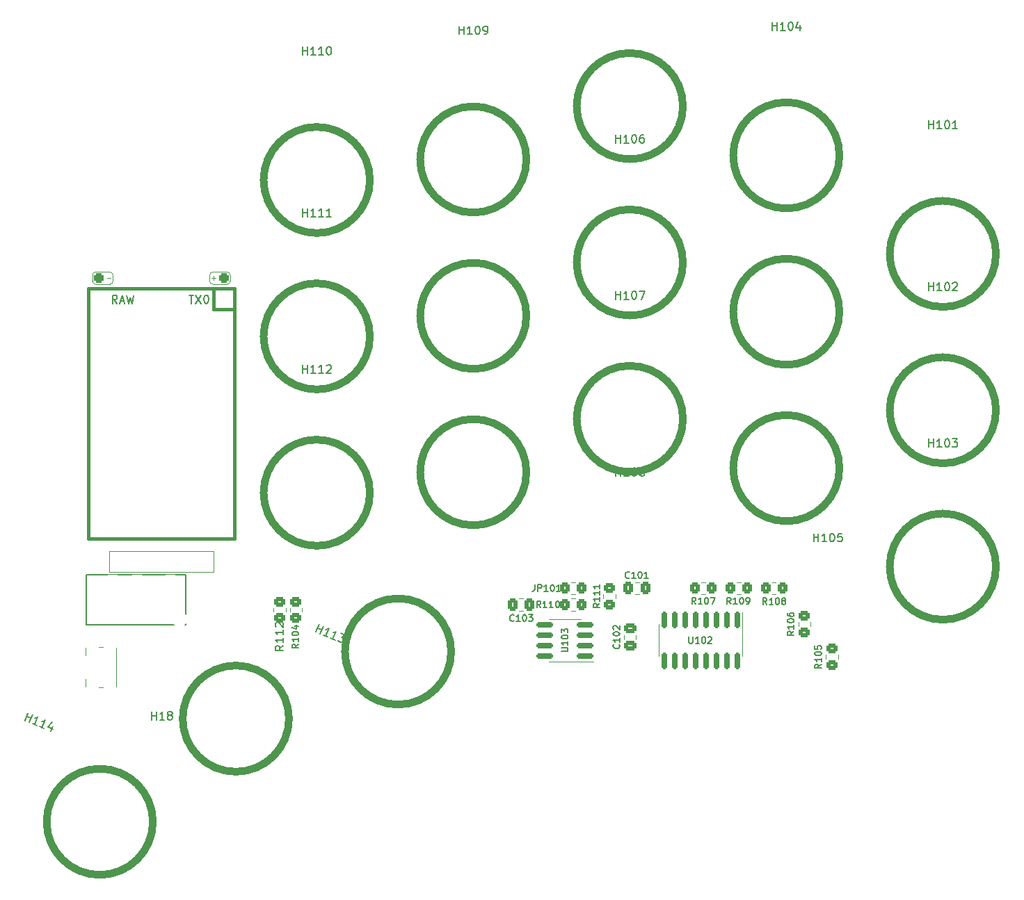
<source format=gto>
%TF.GenerationSoftware,KiCad,Pcbnew,7.0.5*%
%TF.CreationDate,2023-10-28T19:32:45+05:30*%
%TF.ProjectId,tako_right,74616b6f-5f72-4696-9768-742e6b696361,rev?*%
%TF.SameCoordinates,Original*%
%TF.FileFunction,Legend,Top*%
%TF.FilePolarity,Positive*%
%FSLAX46Y46*%
G04 Gerber Fmt 4.6, Leading zero omitted, Abs format (unit mm)*
G04 Created by KiCad (PCBNEW 7.0.5) date 2023-10-28 19:32:45*
%MOMM*%
%LPD*%
G01*
G04 APERTURE LIST*
G04 Aperture macros list*
%AMRoundRect*
0 Rectangle with rounded corners*
0 $1 Rounding radius*
0 $2 $3 $4 $5 $6 $7 $8 $9 X,Y pos of 4 corners*
0 Add a 4 corners polygon primitive as box body*
4,1,4,$2,$3,$4,$5,$6,$7,$8,$9,$2,$3,0*
0 Add four circle primitives for the rounded corners*
1,1,$1+$1,$2,$3*
1,1,$1+$1,$4,$5*
1,1,$1+$1,$6,$7*
1,1,$1+$1,$8,$9*
0 Add four rect primitives between the rounded corners*
20,1,$1+$1,$2,$3,$4,$5,0*
20,1,$1+$1,$4,$5,$6,$7,0*
20,1,$1+$1,$6,$7,$8,$9,0*
20,1,$1+$1,$8,$9,$2,$3,0*%
G04 Aperture macros list end*
%ADD10C,0.150000*%
%ADD11C,0.100000*%
%ADD12C,0.120000*%
%ADD13C,0.900000*%
%ADD14C,0.381000*%
%ADD15R,1.752600X1.752600*%
%ADD16C,1.752600*%
%ADD17RoundRect,0.312500X-0.312500X-0.312500X0.312500X-0.312500X0.312500X0.312500X-0.312500X0.312500X0*%
%ADD18C,4.500000*%
%ADD19RoundRect,0.250000X0.350000X0.450000X-0.350000X0.450000X-0.350000X-0.450000X0.350000X-0.450000X0*%
%ADD20RoundRect,0.250000X-0.350000X-0.450000X0.350000X-0.450000X0.350000X0.450000X-0.350000X0.450000X0*%
%ADD21RoundRect,0.150000X0.825000X0.150000X-0.825000X0.150000X-0.825000X-0.150000X0.825000X-0.150000X0*%
%ADD22C,3.500000*%
%ADD23RoundRect,0.250000X0.450000X-0.350000X0.450000X0.350000X-0.450000X0.350000X-0.450000X-0.350000X0*%
%ADD24RoundRect,0.250000X0.475000X-0.337500X0.475000X0.337500X-0.475000X0.337500X-0.475000X-0.337500X0*%
%ADD25RoundRect,0.312500X0.312500X0.312500X-0.312500X0.312500X-0.312500X-0.312500X0.312500X-0.312500X0*%
%ADD26RoundRect,0.250000X0.337500X0.475000X-0.337500X0.475000X-0.337500X-0.475000X0.337500X-0.475000X0*%
%ADD27RoundRect,0.250000X-0.337500X-0.475000X0.337500X-0.475000X0.337500X0.475000X-0.337500X0.475000X0*%
%ADD28C,0.800000*%
%ADD29O,2.000000X1.600000*%
%ADD30C,0.750000*%
%ADD31R,1.000000X1.550000*%
%ADD32RoundRect,0.150000X-0.150000X0.825000X-0.150000X-0.825000X0.150000X-0.825000X0.150000X0.825000X0*%
%ADD33RoundRect,0.250000X-0.450000X0.350000X-0.450000X-0.350000X0.450000X-0.350000X0.450000X0.350000X0*%
%ADD34C,0.900000*%
G04 APERTURE END LIST*
D10*
%TO.C,H103*%
X139192053Y-78390308D02*
X139192053Y-77390308D01*
X139192053Y-77866498D02*
X139763481Y-77866498D01*
X139763481Y-78390308D02*
X139763481Y-77390308D01*
X140763481Y-78390308D02*
X140192053Y-78390308D01*
X140477767Y-78390308D02*
X140477767Y-77390308D01*
X140477767Y-77390308D02*
X140382529Y-77533165D01*
X140382529Y-77533165D02*
X140287291Y-77628403D01*
X140287291Y-77628403D02*
X140192053Y-77676022D01*
X141382529Y-77390308D02*
X141477767Y-77390308D01*
X141477767Y-77390308D02*
X141573005Y-77437927D01*
X141573005Y-77437927D02*
X141620624Y-77485546D01*
X141620624Y-77485546D02*
X141668243Y-77580784D01*
X141668243Y-77580784D02*
X141715862Y-77771260D01*
X141715862Y-77771260D02*
X141715862Y-78009355D01*
X141715862Y-78009355D02*
X141668243Y-78199831D01*
X141668243Y-78199831D02*
X141620624Y-78295069D01*
X141620624Y-78295069D02*
X141573005Y-78342689D01*
X141573005Y-78342689D02*
X141477767Y-78390308D01*
X141477767Y-78390308D02*
X141382529Y-78390308D01*
X141382529Y-78390308D02*
X141287291Y-78342689D01*
X141287291Y-78342689D02*
X141239672Y-78295069D01*
X141239672Y-78295069D02*
X141192053Y-78199831D01*
X141192053Y-78199831D02*
X141144434Y-78009355D01*
X141144434Y-78009355D02*
X141144434Y-77771260D01*
X141144434Y-77771260D02*
X141192053Y-77580784D01*
X141192053Y-77580784D02*
X141239672Y-77485546D01*
X141239672Y-77485546D02*
X141287291Y-77437927D01*
X141287291Y-77437927D02*
X141382529Y-77390308D01*
X142049196Y-77390308D02*
X142668243Y-77390308D01*
X142668243Y-77390308D02*
X142334910Y-77771260D01*
X142334910Y-77771260D02*
X142477767Y-77771260D01*
X142477767Y-77771260D02*
X142573005Y-77818879D01*
X142573005Y-77818879D02*
X142620624Y-77866498D01*
X142620624Y-77866498D02*
X142668243Y-77961736D01*
X142668243Y-77961736D02*
X142668243Y-78199831D01*
X142668243Y-78199831D02*
X142620624Y-78295069D01*
X142620624Y-78295069D02*
X142573005Y-78342689D01*
X142573005Y-78342689D02*
X142477767Y-78390308D01*
X142477767Y-78390308D02*
X142192053Y-78390308D01*
X142192053Y-78390308D02*
X142096815Y-78342689D01*
X142096815Y-78342689D02*
X142049196Y-78295069D01*
%TO.C,JP101*%
X91244801Y-95154431D02*
X91244801Y-95725859D01*
X91244801Y-95725859D02*
X91206706Y-95840145D01*
X91206706Y-95840145D02*
X91130515Y-95916336D01*
X91130515Y-95916336D02*
X91016230Y-95954431D01*
X91016230Y-95954431D02*
X90940039Y-95954431D01*
X91625754Y-95954431D02*
X91625754Y-95154431D01*
X91625754Y-95154431D02*
X91930516Y-95154431D01*
X91930516Y-95154431D02*
X92006706Y-95192526D01*
X92006706Y-95192526D02*
X92044801Y-95230621D01*
X92044801Y-95230621D02*
X92082897Y-95306812D01*
X92082897Y-95306812D02*
X92082897Y-95421097D01*
X92082897Y-95421097D02*
X92044801Y-95497288D01*
X92044801Y-95497288D02*
X92006706Y-95535383D01*
X92006706Y-95535383D02*
X91930516Y-95573478D01*
X91930516Y-95573478D02*
X91625754Y-95573478D01*
X92844801Y-95954431D02*
X92387658Y-95954431D01*
X92616230Y-95954431D02*
X92616230Y-95154431D01*
X92616230Y-95154431D02*
X92540039Y-95268716D01*
X92540039Y-95268716D02*
X92463849Y-95344907D01*
X92463849Y-95344907D02*
X92387658Y-95383002D01*
X93340040Y-95154431D02*
X93416230Y-95154431D01*
X93416230Y-95154431D02*
X93492421Y-95192526D01*
X93492421Y-95192526D02*
X93530516Y-95230621D01*
X93530516Y-95230621D02*
X93568611Y-95306812D01*
X93568611Y-95306812D02*
X93606706Y-95459193D01*
X93606706Y-95459193D02*
X93606706Y-95649669D01*
X93606706Y-95649669D02*
X93568611Y-95802050D01*
X93568611Y-95802050D02*
X93530516Y-95878240D01*
X93530516Y-95878240D02*
X93492421Y-95916336D01*
X93492421Y-95916336D02*
X93416230Y-95954431D01*
X93416230Y-95954431D02*
X93340040Y-95954431D01*
X93340040Y-95954431D02*
X93263849Y-95916336D01*
X93263849Y-95916336D02*
X93225754Y-95878240D01*
X93225754Y-95878240D02*
X93187659Y-95802050D01*
X93187659Y-95802050D02*
X93149563Y-95649669D01*
X93149563Y-95649669D02*
X93149563Y-95459193D01*
X93149563Y-95459193D02*
X93187659Y-95306812D01*
X93187659Y-95306812D02*
X93225754Y-95230621D01*
X93225754Y-95230621D02*
X93263849Y-95192526D01*
X93263849Y-95192526D02*
X93340040Y-95154431D01*
X94368611Y-95954431D02*
X93911468Y-95954431D01*
X94140040Y-95954431D02*
X94140040Y-95154431D01*
X94140040Y-95154431D02*
X94063849Y-95268716D01*
X94063849Y-95268716D02*
X93987659Y-95344907D01*
X93987659Y-95344907D02*
X93911468Y-95383002D01*
%TO.C,R107*%
X110846167Y-97528353D02*
X110579500Y-97147400D01*
X110389024Y-97528353D02*
X110389024Y-96728353D01*
X110389024Y-96728353D02*
X110693786Y-96728353D01*
X110693786Y-96728353D02*
X110769976Y-96766448D01*
X110769976Y-96766448D02*
X110808071Y-96804543D01*
X110808071Y-96804543D02*
X110846167Y-96880734D01*
X110846167Y-96880734D02*
X110846167Y-96995019D01*
X110846167Y-96995019D02*
X110808071Y-97071210D01*
X110808071Y-97071210D02*
X110769976Y-97109305D01*
X110769976Y-97109305D02*
X110693786Y-97147400D01*
X110693786Y-97147400D02*
X110389024Y-97147400D01*
X111608071Y-97528353D02*
X111150928Y-97528353D01*
X111379500Y-97528353D02*
X111379500Y-96728353D01*
X111379500Y-96728353D02*
X111303309Y-96842638D01*
X111303309Y-96842638D02*
X111227119Y-96918829D01*
X111227119Y-96918829D02*
X111150928Y-96956924D01*
X112103310Y-96728353D02*
X112179500Y-96728353D01*
X112179500Y-96728353D02*
X112255691Y-96766448D01*
X112255691Y-96766448D02*
X112293786Y-96804543D01*
X112293786Y-96804543D02*
X112331881Y-96880734D01*
X112331881Y-96880734D02*
X112369976Y-97033115D01*
X112369976Y-97033115D02*
X112369976Y-97223591D01*
X112369976Y-97223591D02*
X112331881Y-97375972D01*
X112331881Y-97375972D02*
X112293786Y-97452162D01*
X112293786Y-97452162D02*
X112255691Y-97490258D01*
X112255691Y-97490258D02*
X112179500Y-97528353D01*
X112179500Y-97528353D02*
X112103310Y-97528353D01*
X112103310Y-97528353D02*
X112027119Y-97490258D01*
X112027119Y-97490258D02*
X111989024Y-97452162D01*
X111989024Y-97452162D02*
X111950929Y-97375972D01*
X111950929Y-97375972D02*
X111912833Y-97223591D01*
X111912833Y-97223591D02*
X111912833Y-97033115D01*
X111912833Y-97033115D02*
X111950929Y-96880734D01*
X111950929Y-96880734D02*
X111989024Y-96804543D01*
X111989024Y-96804543D02*
X112027119Y-96766448D01*
X112027119Y-96766448D02*
X112103310Y-96728353D01*
X112636643Y-96728353D02*
X113169977Y-96728353D01*
X113169977Y-96728353D02*
X112827119Y-97528353D01*
%TO.C,H102*%
X139192064Y-59340309D02*
X139192064Y-58340309D01*
X139192064Y-58816499D02*
X139763492Y-58816499D01*
X139763492Y-59340309D02*
X139763492Y-58340309D01*
X140763492Y-59340309D02*
X140192064Y-59340309D01*
X140477778Y-59340309D02*
X140477778Y-58340309D01*
X140477778Y-58340309D02*
X140382540Y-58483166D01*
X140382540Y-58483166D02*
X140287302Y-58578404D01*
X140287302Y-58578404D02*
X140192064Y-58626023D01*
X141382540Y-58340309D02*
X141477778Y-58340309D01*
X141477778Y-58340309D02*
X141573016Y-58387928D01*
X141573016Y-58387928D02*
X141620635Y-58435547D01*
X141620635Y-58435547D02*
X141668254Y-58530785D01*
X141668254Y-58530785D02*
X141715873Y-58721261D01*
X141715873Y-58721261D02*
X141715873Y-58959356D01*
X141715873Y-58959356D02*
X141668254Y-59149832D01*
X141668254Y-59149832D02*
X141620635Y-59245070D01*
X141620635Y-59245070D02*
X141573016Y-59292690D01*
X141573016Y-59292690D02*
X141477778Y-59340309D01*
X141477778Y-59340309D02*
X141382540Y-59340309D01*
X141382540Y-59340309D02*
X141287302Y-59292690D01*
X141287302Y-59292690D02*
X141239683Y-59245070D01*
X141239683Y-59245070D02*
X141192064Y-59149832D01*
X141192064Y-59149832D02*
X141144445Y-58959356D01*
X141144445Y-58959356D02*
X141144445Y-58721261D01*
X141144445Y-58721261D02*
X141192064Y-58530785D01*
X141192064Y-58530785D02*
X141239683Y-58435547D01*
X141239683Y-58435547D02*
X141287302Y-58387928D01*
X141287302Y-58387928D02*
X141382540Y-58340309D01*
X142096826Y-58435547D02*
X142144445Y-58387928D01*
X142144445Y-58387928D02*
X142239683Y-58340309D01*
X142239683Y-58340309D02*
X142477778Y-58340309D01*
X142477778Y-58340309D02*
X142573016Y-58387928D01*
X142573016Y-58387928D02*
X142620635Y-58435547D01*
X142620635Y-58435547D02*
X142668254Y-58530785D01*
X142668254Y-58530785D02*
X142668254Y-58626023D01*
X142668254Y-58626023D02*
X142620635Y-58768880D01*
X142620635Y-58768880D02*
X142049207Y-59340309D01*
X142049207Y-59340309D02*
X142668254Y-59340309D01*
%TO.C,U103*%
X94485666Y-103306275D02*
X95133285Y-103306275D01*
X95133285Y-103306275D02*
X95209475Y-103268180D01*
X95209475Y-103268180D02*
X95247571Y-103230085D01*
X95247571Y-103230085D02*
X95285666Y-103153894D01*
X95285666Y-103153894D02*
X95285666Y-103001513D01*
X95285666Y-103001513D02*
X95247571Y-102925323D01*
X95247571Y-102925323D02*
X95209475Y-102887228D01*
X95209475Y-102887228D02*
X95133285Y-102849132D01*
X95133285Y-102849132D02*
X94485666Y-102849132D01*
X95285666Y-102049133D02*
X95285666Y-102506276D01*
X95285666Y-102277704D02*
X94485666Y-102277704D01*
X94485666Y-102277704D02*
X94599951Y-102353895D01*
X94599951Y-102353895D02*
X94676142Y-102430085D01*
X94676142Y-102430085D02*
X94714237Y-102506276D01*
X94485666Y-101553894D02*
X94485666Y-101477704D01*
X94485666Y-101477704D02*
X94523761Y-101401513D01*
X94523761Y-101401513D02*
X94561856Y-101363418D01*
X94561856Y-101363418D02*
X94638047Y-101325323D01*
X94638047Y-101325323D02*
X94790428Y-101287228D01*
X94790428Y-101287228D02*
X94980904Y-101287228D01*
X94980904Y-101287228D02*
X95133285Y-101325323D01*
X95133285Y-101325323D02*
X95209475Y-101363418D01*
X95209475Y-101363418D02*
X95247571Y-101401513D01*
X95247571Y-101401513D02*
X95285666Y-101477704D01*
X95285666Y-101477704D02*
X95285666Y-101553894D01*
X95285666Y-101553894D02*
X95247571Y-101630085D01*
X95247571Y-101630085D02*
X95209475Y-101668180D01*
X95209475Y-101668180D02*
X95133285Y-101706275D01*
X95133285Y-101706275D02*
X94980904Y-101744371D01*
X94980904Y-101744371D02*
X94790428Y-101744371D01*
X94790428Y-101744371D02*
X94638047Y-101706275D01*
X94638047Y-101706275D02*
X94561856Y-101668180D01*
X94561856Y-101668180D02*
X94523761Y-101630085D01*
X94523761Y-101630085D02*
X94485666Y-101553894D01*
X94485666Y-101020561D02*
X94485666Y-100525323D01*
X94485666Y-100525323D02*
X94790428Y-100791989D01*
X94790428Y-100791989D02*
X94790428Y-100677704D01*
X94790428Y-100677704D02*
X94828523Y-100601513D01*
X94828523Y-100601513D02*
X94866618Y-100563418D01*
X94866618Y-100563418D02*
X94942809Y-100525323D01*
X94942809Y-100525323D02*
X95133285Y-100525323D01*
X95133285Y-100525323D02*
X95209475Y-100563418D01*
X95209475Y-100563418D02*
X95247571Y-100601513D01*
X95247571Y-100601513D02*
X95285666Y-100677704D01*
X95285666Y-100677704D02*
X95285666Y-100906275D01*
X95285666Y-100906275D02*
X95247571Y-100982466D01*
X95247571Y-100982466D02*
X95209475Y-101020561D01*
%TO.C,H18*%
X44591895Y-111625912D02*
X44591895Y-110625912D01*
X44591895Y-111102102D02*
X45163323Y-111102102D01*
X45163323Y-111625912D02*
X45163323Y-110625912D01*
X46163323Y-111625912D02*
X45591895Y-111625912D01*
X45877609Y-111625912D02*
X45877609Y-110625912D01*
X45877609Y-110625912D02*
X45782371Y-110768769D01*
X45782371Y-110768769D02*
X45687133Y-110864007D01*
X45687133Y-110864007D02*
X45591895Y-110911626D01*
X46734752Y-111054483D02*
X46639514Y-111006864D01*
X46639514Y-111006864D02*
X46591895Y-110959245D01*
X46591895Y-110959245D02*
X46544276Y-110864007D01*
X46544276Y-110864007D02*
X46544276Y-110816388D01*
X46544276Y-110816388D02*
X46591895Y-110721150D01*
X46591895Y-110721150D02*
X46639514Y-110673531D01*
X46639514Y-110673531D02*
X46734752Y-110625912D01*
X46734752Y-110625912D02*
X46925228Y-110625912D01*
X46925228Y-110625912D02*
X47020466Y-110673531D01*
X47020466Y-110673531D02*
X47068085Y-110721150D01*
X47068085Y-110721150D02*
X47115704Y-110816388D01*
X47115704Y-110816388D02*
X47115704Y-110864007D01*
X47115704Y-110864007D02*
X47068085Y-110959245D01*
X47068085Y-110959245D02*
X47020466Y-111006864D01*
X47020466Y-111006864D02*
X46925228Y-111054483D01*
X46925228Y-111054483D02*
X46734752Y-111054483D01*
X46734752Y-111054483D02*
X46639514Y-111102102D01*
X46639514Y-111102102D02*
X46591895Y-111149721D01*
X46591895Y-111149721D02*
X46544276Y-111244959D01*
X46544276Y-111244959D02*
X46544276Y-111435435D01*
X46544276Y-111435435D02*
X46591895Y-111530673D01*
X46591895Y-111530673D02*
X46639514Y-111578293D01*
X46639514Y-111578293D02*
X46734752Y-111625912D01*
X46734752Y-111625912D02*
X46925228Y-111625912D01*
X46925228Y-111625912D02*
X47020466Y-111578293D01*
X47020466Y-111578293D02*
X47068085Y-111530673D01*
X47068085Y-111530673D02*
X47115704Y-111435435D01*
X47115704Y-111435435D02*
X47115704Y-111244959D01*
X47115704Y-111244959D02*
X47068085Y-111149721D01*
X47068085Y-111149721D02*
X47020466Y-111102102D01*
X47020466Y-111102102D02*
X46925228Y-111054483D01*
%TO.C,R109*%
X115102500Y-97528353D02*
X114835833Y-97147400D01*
X114645357Y-97528353D02*
X114645357Y-96728353D01*
X114645357Y-96728353D02*
X114950119Y-96728353D01*
X114950119Y-96728353D02*
X115026309Y-96766448D01*
X115026309Y-96766448D02*
X115064404Y-96804543D01*
X115064404Y-96804543D02*
X115102500Y-96880734D01*
X115102500Y-96880734D02*
X115102500Y-96995019D01*
X115102500Y-96995019D02*
X115064404Y-97071210D01*
X115064404Y-97071210D02*
X115026309Y-97109305D01*
X115026309Y-97109305D02*
X114950119Y-97147400D01*
X114950119Y-97147400D02*
X114645357Y-97147400D01*
X115864404Y-97528353D02*
X115407261Y-97528353D01*
X115635833Y-97528353D02*
X115635833Y-96728353D01*
X115635833Y-96728353D02*
X115559642Y-96842638D01*
X115559642Y-96842638D02*
X115483452Y-96918829D01*
X115483452Y-96918829D02*
X115407261Y-96956924D01*
X116359643Y-96728353D02*
X116435833Y-96728353D01*
X116435833Y-96728353D02*
X116512024Y-96766448D01*
X116512024Y-96766448D02*
X116550119Y-96804543D01*
X116550119Y-96804543D02*
X116588214Y-96880734D01*
X116588214Y-96880734D02*
X116626309Y-97033115D01*
X116626309Y-97033115D02*
X116626309Y-97223591D01*
X116626309Y-97223591D02*
X116588214Y-97375972D01*
X116588214Y-97375972D02*
X116550119Y-97452162D01*
X116550119Y-97452162D02*
X116512024Y-97490258D01*
X116512024Y-97490258D02*
X116435833Y-97528353D01*
X116435833Y-97528353D02*
X116359643Y-97528353D01*
X116359643Y-97528353D02*
X116283452Y-97490258D01*
X116283452Y-97490258D02*
X116245357Y-97452162D01*
X116245357Y-97452162D02*
X116207262Y-97375972D01*
X116207262Y-97375972D02*
X116169166Y-97223591D01*
X116169166Y-97223591D02*
X116169166Y-97033115D01*
X116169166Y-97033115D02*
X116207262Y-96880734D01*
X116207262Y-96880734D02*
X116245357Y-96804543D01*
X116245357Y-96804543D02*
X116283452Y-96766448D01*
X116283452Y-96766448D02*
X116359643Y-96728353D01*
X117007262Y-97528353D02*
X117159643Y-97528353D01*
X117159643Y-97528353D02*
X117235833Y-97490258D01*
X117235833Y-97490258D02*
X117273929Y-97452162D01*
X117273929Y-97452162D02*
X117350119Y-97337877D01*
X117350119Y-97337877D02*
X117388214Y-97185496D01*
X117388214Y-97185496D02*
X117388214Y-96880734D01*
X117388214Y-96880734D02*
X117350119Y-96804543D01*
X117350119Y-96804543D02*
X117312024Y-96766448D01*
X117312024Y-96766448D02*
X117235833Y-96728353D01*
X117235833Y-96728353D02*
X117083452Y-96728353D01*
X117083452Y-96728353D02*
X117007262Y-96766448D01*
X117007262Y-96766448D02*
X116969167Y-96804543D01*
X116969167Y-96804543D02*
X116931071Y-96880734D01*
X116931071Y-96880734D02*
X116931071Y-97071210D01*
X116931071Y-97071210D02*
X116969167Y-97147400D01*
X116969167Y-97147400D02*
X117007262Y-97185496D01*
X117007262Y-97185496D02*
X117083452Y-97223591D01*
X117083452Y-97223591D02*
X117235833Y-97223591D01*
X117235833Y-97223591D02*
X117312024Y-97185496D01*
X117312024Y-97185496D02*
X117350119Y-97147400D01*
X117350119Y-97147400D02*
X117388214Y-97071210D01*
%TO.C,H110*%
X62992053Y-30620875D02*
X62992053Y-29620875D01*
X62992053Y-30097065D02*
X63563481Y-30097065D01*
X63563481Y-30620875D02*
X63563481Y-29620875D01*
X64563481Y-30620875D02*
X63992053Y-30620875D01*
X64277767Y-30620875D02*
X64277767Y-29620875D01*
X64277767Y-29620875D02*
X64182529Y-29763732D01*
X64182529Y-29763732D02*
X64087291Y-29858970D01*
X64087291Y-29858970D02*
X63992053Y-29906589D01*
X65515862Y-30620875D02*
X64944434Y-30620875D01*
X65230148Y-30620875D02*
X65230148Y-29620875D01*
X65230148Y-29620875D02*
X65134910Y-29763732D01*
X65134910Y-29763732D02*
X65039672Y-29858970D01*
X65039672Y-29858970D02*
X64944434Y-29906589D01*
X66134910Y-29620875D02*
X66230148Y-29620875D01*
X66230148Y-29620875D02*
X66325386Y-29668494D01*
X66325386Y-29668494D02*
X66373005Y-29716113D01*
X66373005Y-29716113D02*
X66420624Y-29811351D01*
X66420624Y-29811351D02*
X66468243Y-30001827D01*
X66468243Y-30001827D02*
X66468243Y-30239922D01*
X66468243Y-30239922D02*
X66420624Y-30430398D01*
X66420624Y-30430398D02*
X66373005Y-30525636D01*
X66373005Y-30525636D02*
X66325386Y-30573256D01*
X66325386Y-30573256D02*
X66230148Y-30620875D01*
X66230148Y-30620875D02*
X66134910Y-30620875D01*
X66134910Y-30620875D02*
X66039672Y-30573256D01*
X66039672Y-30573256D02*
X65992053Y-30525636D01*
X65992053Y-30525636D02*
X65944434Y-30430398D01*
X65944434Y-30430398D02*
X65896815Y-30239922D01*
X65896815Y-30239922D02*
X65896815Y-30001827D01*
X65896815Y-30001827D02*
X65944434Y-29811351D01*
X65944434Y-29811351D02*
X65992053Y-29716113D01*
X65992053Y-29716113D02*
X66039672Y-29668494D01*
X66039672Y-29668494D02*
X66134910Y-29620875D01*
%TO.C,H108*%
X101092052Y-81914808D02*
X101092052Y-80914808D01*
X101092052Y-81390998D02*
X101663480Y-81390998D01*
X101663480Y-81914808D02*
X101663480Y-80914808D01*
X102663480Y-81914808D02*
X102092052Y-81914808D01*
X102377766Y-81914808D02*
X102377766Y-80914808D01*
X102377766Y-80914808D02*
X102282528Y-81057665D01*
X102282528Y-81057665D02*
X102187290Y-81152903D01*
X102187290Y-81152903D02*
X102092052Y-81200522D01*
X103282528Y-80914808D02*
X103377766Y-80914808D01*
X103377766Y-80914808D02*
X103473004Y-80962427D01*
X103473004Y-80962427D02*
X103520623Y-81010046D01*
X103520623Y-81010046D02*
X103568242Y-81105284D01*
X103568242Y-81105284D02*
X103615861Y-81295760D01*
X103615861Y-81295760D02*
X103615861Y-81533855D01*
X103615861Y-81533855D02*
X103568242Y-81724331D01*
X103568242Y-81724331D02*
X103520623Y-81819569D01*
X103520623Y-81819569D02*
X103473004Y-81867189D01*
X103473004Y-81867189D02*
X103377766Y-81914808D01*
X103377766Y-81914808D02*
X103282528Y-81914808D01*
X103282528Y-81914808D02*
X103187290Y-81867189D01*
X103187290Y-81867189D02*
X103139671Y-81819569D01*
X103139671Y-81819569D02*
X103092052Y-81724331D01*
X103092052Y-81724331D02*
X103044433Y-81533855D01*
X103044433Y-81533855D02*
X103044433Y-81295760D01*
X103044433Y-81295760D02*
X103092052Y-81105284D01*
X103092052Y-81105284D02*
X103139671Y-81010046D01*
X103139671Y-81010046D02*
X103187290Y-80962427D01*
X103187290Y-80962427D02*
X103282528Y-80914808D01*
X104187290Y-81343379D02*
X104092052Y-81295760D01*
X104092052Y-81295760D02*
X104044433Y-81248141D01*
X104044433Y-81248141D02*
X103996814Y-81152903D01*
X103996814Y-81152903D02*
X103996814Y-81105284D01*
X103996814Y-81105284D02*
X104044433Y-81010046D01*
X104044433Y-81010046D02*
X104092052Y-80962427D01*
X104092052Y-80962427D02*
X104187290Y-80914808D01*
X104187290Y-80914808D02*
X104377766Y-80914808D01*
X104377766Y-80914808D02*
X104473004Y-80962427D01*
X104473004Y-80962427D02*
X104520623Y-81010046D01*
X104520623Y-81010046D02*
X104568242Y-81105284D01*
X104568242Y-81105284D02*
X104568242Y-81152903D01*
X104568242Y-81152903D02*
X104520623Y-81248141D01*
X104520623Y-81248141D02*
X104473004Y-81295760D01*
X104473004Y-81295760D02*
X104377766Y-81343379D01*
X104377766Y-81343379D02*
X104187290Y-81343379D01*
X104187290Y-81343379D02*
X104092052Y-81390998D01*
X104092052Y-81390998D02*
X104044433Y-81438617D01*
X104044433Y-81438617D02*
X103996814Y-81533855D01*
X103996814Y-81533855D02*
X103996814Y-81724331D01*
X103996814Y-81724331D02*
X104044433Y-81819569D01*
X104044433Y-81819569D02*
X104092052Y-81867189D01*
X104092052Y-81867189D02*
X104187290Y-81914808D01*
X104187290Y-81914808D02*
X104377766Y-81914808D01*
X104377766Y-81914808D02*
X104473004Y-81867189D01*
X104473004Y-81867189D02*
X104520623Y-81819569D01*
X104520623Y-81819569D02*
X104568242Y-81724331D01*
X104568242Y-81724331D02*
X104568242Y-81533855D01*
X104568242Y-81533855D02*
X104520623Y-81438617D01*
X104520623Y-81438617D02*
X104473004Y-81390998D01*
X104473004Y-81390998D02*
X104377766Y-81343379D01*
%TO.C,R105*%
X126123191Y-104852816D02*
X125742238Y-105119483D01*
X126123191Y-105309959D02*
X125323191Y-105309959D01*
X125323191Y-105309959D02*
X125323191Y-105005197D01*
X125323191Y-105005197D02*
X125361286Y-104929007D01*
X125361286Y-104929007D02*
X125399381Y-104890912D01*
X125399381Y-104890912D02*
X125475572Y-104852816D01*
X125475572Y-104852816D02*
X125589857Y-104852816D01*
X125589857Y-104852816D02*
X125666048Y-104890912D01*
X125666048Y-104890912D02*
X125704143Y-104929007D01*
X125704143Y-104929007D02*
X125742238Y-105005197D01*
X125742238Y-105005197D02*
X125742238Y-105309959D01*
X126123191Y-104090912D02*
X126123191Y-104548055D01*
X126123191Y-104319483D02*
X125323191Y-104319483D01*
X125323191Y-104319483D02*
X125437476Y-104395674D01*
X125437476Y-104395674D02*
X125513667Y-104471864D01*
X125513667Y-104471864D02*
X125551762Y-104548055D01*
X125323191Y-103595673D02*
X125323191Y-103519483D01*
X125323191Y-103519483D02*
X125361286Y-103443292D01*
X125361286Y-103443292D02*
X125399381Y-103405197D01*
X125399381Y-103405197D02*
X125475572Y-103367102D01*
X125475572Y-103367102D02*
X125627953Y-103329007D01*
X125627953Y-103329007D02*
X125818429Y-103329007D01*
X125818429Y-103329007D02*
X125970810Y-103367102D01*
X125970810Y-103367102D02*
X126047000Y-103405197D01*
X126047000Y-103405197D02*
X126085096Y-103443292D01*
X126085096Y-103443292D02*
X126123191Y-103519483D01*
X126123191Y-103519483D02*
X126123191Y-103595673D01*
X126123191Y-103595673D02*
X126085096Y-103671864D01*
X126085096Y-103671864D02*
X126047000Y-103709959D01*
X126047000Y-103709959D02*
X125970810Y-103748054D01*
X125970810Y-103748054D02*
X125818429Y-103786150D01*
X125818429Y-103786150D02*
X125627953Y-103786150D01*
X125627953Y-103786150D02*
X125475572Y-103748054D01*
X125475572Y-103748054D02*
X125399381Y-103709959D01*
X125399381Y-103709959D02*
X125361286Y-103671864D01*
X125361286Y-103671864D02*
X125323191Y-103595673D01*
X125323191Y-102605197D02*
X125323191Y-102986149D01*
X125323191Y-102986149D02*
X125704143Y-103024245D01*
X125704143Y-103024245D02*
X125666048Y-102986149D01*
X125666048Y-102986149D02*
X125627953Y-102909959D01*
X125627953Y-102909959D02*
X125627953Y-102719483D01*
X125627953Y-102719483D02*
X125666048Y-102643292D01*
X125666048Y-102643292D02*
X125704143Y-102605197D01*
X125704143Y-102605197D02*
X125780334Y-102567102D01*
X125780334Y-102567102D02*
X125970810Y-102567102D01*
X125970810Y-102567102D02*
X126047000Y-102605197D01*
X126047000Y-102605197D02*
X126085096Y-102643292D01*
X126085096Y-102643292D02*
X126123191Y-102719483D01*
X126123191Y-102719483D02*
X126123191Y-102909959D01*
X126123191Y-102909959D02*
X126085096Y-102986149D01*
X126085096Y-102986149D02*
X126047000Y-103024245D01*
%TO.C,R110*%
X91942893Y-97954431D02*
X91676226Y-97573478D01*
X91485750Y-97954431D02*
X91485750Y-97154431D01*
X91485750Y-97154431D02*
X91790512Y-97154431D01*
X91790512Y-97154431D02*
X91866702Y-97192526D01*
X91866702Y-97192526D02*
X91904797Y-97230621D01*
X91904797Y-97230621D02*
X91942893Y-97306812D01*
X91942893Y-97306812D02*
X91942893Y-97421097D01*
X91942893Y-97421097D02*
X91904797Y-97497288D01*
X91904797Y-97497288D02*
X91866702Y-97535383D01*
X91866702Y-97535383D02*
X91790512Y-97573478D01*
X91790512Y-97573478D02*
X91485750Y-97573478D01*
X92704797Y-97954431D02*
X92247654Y-97954431D01*
X92476226Y-97954431D02*
X92476226Y-97154431D01*
X92476226Y-97154431D02*
X92400035Y-97268716D01*
X92400035Y-97268716D02*
X92323845Y-97344907D01*
X92323845Y-97344907D02*
X92247654Y-97383002D01*
X93466702Y-97954431D02*
X93009559Y-97954431D01*
X93238131Y-97954431D02*
X93238131Y-97154431D01*
X93238131Y-97154431D02*
X93161940Y-97268716D01*
X93161940Y-97268716D02*
X93085750Y-97344907D01*
X93085750Y-97344907D02*
X93009559Y-97383002D01*
X93961941Y-97154431D02*
X94038131Y-97154431D01*
X94038131Y-97154431D02*
X94114322Y-97192526D01*
X94114322Y-97192526D02*
X94152417Y-97230621D01*
X94152417Y-97230621D02*
X94190512Y-97306812D01*
X94190512Y-97306812D02*
X94228607Y-97459193D01*
X94228607Y-97459193D02*
X94228607Y-97649669D01*
X94228607Y-97649669D02*
X94190512Y-97802050D01*
X94190512Y-97802050D02*
X94152417Y-97878240D01*
X94152417Y-97878240D02*
X94114322Y-97916336D01*
X94114322Y-97916336D02*
X94038131Y-97954431D01*
X94038131Y-97954431D02*
X93961941Y-97954431D01*
X93961941Y-97954431D02*
X93885750Y-97916336D01*
X93885750Y-97916336D02*
X93847655Y-97878240D01*
X93847655Y-97878240D02*
X93809560Y-97802050D01*
X93809560Y-97802050D02*
X93771464Y-97649669D01*
X93771464Y-97649669D02*
X93771464Y-97459193D01*
X93771464Y-97459193D02*
X93809560Y-97306812D01*
X93809560Y-97306812D02*
X93847655Y-97230621D01*
X93847655Y-97230621D02*
X93885750Y-97192526D01*
X93885750Y-97192526D02*
X93961941Y-97154431D01*
%TO.C,C102*%
X101509475Y-102437371D02*
X101547571Y-102475467D01*
X101547571Y-102475467D02*
X101585666Y-102589752D01*
X101585666Y-102589752D02*
X101585666Y-102665943D01*
X101585666Y-102665943D02*
X101547571Y-102780229D01*
X101547571Y-102780229D02*
X101471380Y-102856419D01*
X101471380Y-102856419D02*
X101395190Y-102894514D01*
X101395190Y-102894514D02*
X101242809Y-102932610D01*
X101242809Y-102932610D02*
X101128523Y-102932610D01*
X101128523Y-102932610D02*
X100976142Y-102894514D01*
X100976142Y-102894514D02*
X100899951Y-102856419D01*
X100899951Y-102856419D02*
X100823761Y-102780229D01*
X100823761Y-102780229D02*
X100785666Y-102665943D01*
X100785666Y-102665943D02*
X100785666Y-102589752D01*
X100785666Y-102589752D02*
X100823761Y-102475467D01*
X100823761Y-102475467D02*
X100861856Y-102437371D01*
X101585666Y-101675467D02*
X101585666Y-102132610D01*
X101585666Y-101904038D02*
X100785666Y-101904038D01*
X100785666Y-101904038D02*
X100899951Y-101980229D01*
X100899951Y-101980229D02*
X100976142Y-102056419D01*
X100976142Y-102056419D02*
X101014237Y-102132610D01*
X100785666Y-101180228D02*
X100785666Y-101104038D01*
X100785666Y-101104038D02*
X100823761Y-101027847D01*
X100823761Y-101027847D02*
X100861856Y-100989752D01*
X100861856Y-100989752D02*
X100938047Y-100951657D01*
X100938047Y-100951657D02*
X101090428Y-100913562D01*
X101090428Y-100913562D02*
X101280904Y-100913562D01*
X101280904Y-100913562D02*
X101433285Y-100951657D01*
X101433285Y-100951657D02*
X101509475Y-100989752D01*
X101509475Y-100989752D02*
X101547571Y-101027847D01*
X101547571Y-101027847D02*
X101585666Y-101104038D01*
X101585666Y-101104038D02*
X101585666Y-101180228D01*
X101585666Y-101180228D02*
X101547571Y-101256419D01*
X101547571Y-101256419D02*
X101509475Y-101294514D01*
X101509475Y-101294514D02*
X101433285Y-101332609D01*
X101433285Y-101332609D02*
X101280904Y-101370705D01*
X101280904Y-101370705D02*
X101090428Y-101370705D01*
X101090428Y-101370705D02*
X100938047Y-101332609D01*
X100938047Y-101332609D02*
X100861856Y-101294514D01*
X100861856Y-101294514D02*
X100823761Y-101256419D01*
X100823761Y-101256419D02*
X100785666Y-101180228D01*
X100861856Y-100608800D02*
X100823761Y-100570704D01*
X100823761Y-100570704D02*
X100785666Y-100494514D01*
X100785666Y-100494514D02*
X100785666Y-100304038D01*
X100785666Y-100304038D02*
X100823761Y-100227847D01*
X100823761Y-100227847D02*
X100861856Y-100189752D01*
X100861856Y-100189752D02*
X100938047Y-100151657D01*
X100938047Y-100151657D02*
X101014237Y-100151657D01*
X101014237Y-100151657D02*
X101128523Y-100189752D01*
X101128523Y-100189752D02*
X101585666Y-100646895D01*
X101585666Y-100646895D02*
X101585666Y-100151657D01*
%TO.C,H105*%
X125192052Y-89915318D02*
X125192052Y-88915318D01*
X125192052Y-89391508D02*
X125763480Y-89391508D01*
X125763480Y-89915318D02*
X125763480Y-88915318D01*
X126763480Y-89915318D02*
X126192052Y-89915318D01*
X126477766Y-89915318D02*
X126477766Y-88915318D01*
X126477766Y-88915318D02*
X126382528Y-89058175D01*
X126382528Y-89058175D02*
X126287290Y-89153413D01*
X126287290Y-89153413D02*
X126192052Y-89201032D01*
X127382528Y-88915318D02*
X127477766Y-88915318D01*
X127477766Y-88915318D02*
X127573004Y-88962937D01*
X127573004Y-88962937D02*
X127620623Y-89010556D01*
X127620623Y-89010556D02*
X127668242Y-89105794D01*
X127668242Y-89105794D02*
X127715861Y-89296270D01*
X127715861Y-89296270D02*
X127715861Y-89534365D01*
X127715861Y-89534365D02*
X127668242Y-89724841D01*
X127668242Y-89724841D02*
X127620623Y-89820079D01*
X127620623Y-89820079D02*
X127573004Y-89867699D01*
X127573004Y-89867699D02*
X127477766Y-89915318D01*
X127477766Y-89915318D02*
X127382528Y-89915318D01*
X127382528Y-89915318D02*
X127287290Y-89867699D01*
X127287290Y-89867699D02*
X127239671Y-89820079D01*
X127239671Y-89820079D02*
X127192052Y-89724841D01*
X127192052Y-89724841D02*
X127144433Y-89534365D01*
X127144433Y-89534365D02*
X127144433Y-89296270D01*
X127144433Y-89296270D02*
X127192052Y-89105794D01*
X127192052Y-89105794D02*
X127239671Y-89010556D01*
X127239671Y-89010556D02*
X127287290Y-88962937D01*
X127287290Y-88962937D02*
X127382528Y-88915318D01*
X128620623Y-88915318D02*
X128144433Y-88915318D01*
X128144433Y-88915318D02*
X128096814Y-89391508D01*
X128096814Y-89391508D02*
X128144433Y-89343889D01*
X128144433Y-89343889D02*
X128239671Y-89296270D01*
X128239671Y-89296270D02*
X128477766Y-89296270D01*
X128477766Y-89296270D02*
X128573004Y-89343889D01*
X128573004Y-89343889D02*
X128620623Y-89391508D01*
X128620623Y-89391508D02*
X128668242Y-89486746D01*
X128668242Y-89486746D02*
X128668242Y-89724841D01*
X128668242Y-89724841D02*
X128620623Y-89820079D01*
X128620623Y-89820079D02*
X128573004Y-89867699D01*
X128573004Y-89867699D02*
X128477766Y-89915318D01*
X128477766Y-89915318D02*
X128239671Y-89915318D01*
X128239671Y-89915318D02*
X128144433Y-89867699D01*
X128144433Y-89867699D02*
X128096814Y-89820079D01*
%TO.C,H112*%
X62992056Y-69389813D02*
X62992056Y-68389813D01*
X62992056Y-68866003D02*
X63563484Y-68866003D01*
X63563484Y-69389813D02*
X63563484Y-68389813D01*
X64563484Y-69389813D02*
X63992056Y-69389813D01*
X64277770Y-69389813D02*
X64277770Y-68389813D01*
X64277770Y-68389813D02*
X64182532Y-68532670D01*
X64182532Y-68532670D02*
X64087294Y-68627908D01*
X64087294Y-68627908D02*
X63992056Y-68675527D01*
X65515865Y-69389813D02*
X64944437Y-69389813D01*
X65230151Y-69389813D02*
X65230151Y-68389813D01*
X65230151Y-68389813D02*
X65134913Y-68532670D01*
X65134913Y-68532670D02*
X65039675Y-68627908D01*
X65039675Y-68627908D02*
X64944437Y-68675527D01*
X65896818Y-68485051D02*
X65944437Y-68437432D01*
X65944437Y-68437432D02*
X66039675Y-68389813D01*
X66039675Y-68389813D02*
X66277770Y-68389813D01*
X66277770Y-68389813D02*
X66373008Y-68437432D01*
X66373008Y-68437432D02*
X66420627Y-68485051D01*
X66420627Y-68485051D02*
X66468246Y-68580289D01*
X66468246Y-68580289D02*
X66468246Y-68675527D01*
X66468246Y-68675527D02*
X66420627Y-68818384D01*
X66420627Y-68818384D02*
X65849199Y-69389813D01*
X65849199Y-69389813D02*
X66468246Y-69389813D01*
%TO.C,R108*%
X119478040Y-97577995D02*
X119211373Y-97197042D01*
X119020897Y-97577995D02*
X119020897Y-96777995D01*
X119020897Y-96777995D02*
X119325659Y-96777995D01*
X119325659Y-96777995D02*
X119401849Y-96816090D01*
X119401849Y-96816090D02*
X119439944Y-96854185D01*
X119439944Y-96854185D02*
X119478040Y-96930376D01*
X119478040Y-96930376D02*
X119478040Y-97044661D01*
X119478040Y-97044661D02*
X119439944Y-97120852D01*
X119439944Y-97120852D02*
X119401849Y-97158947D01*
X119401849Y-97158947D02*
X119325659Y-97197042D01*
X119325659Y-97197042D02*
X119020897Y-97197042D01*
X120239944Y-97577995D02*
X119782801Y-97577995D01*
X120011373Y-97577995D02*
X120011373Y-96777995D01*
X120011373Y-96777995D02*
X119935182Y-96892280D01*
X119935182Y-96892280D02*
X119858992Y-96968471D01*
X119858992Y-96968471D02*
X119782801Y-97006566D01*
X120735183Y-96777995D02*
X120811373Y-96777995D01*
X120811373Y-96777995D02*
X120887564Y-96816090D01*
X120887564Y-96816090D02*
X120925659Y-96854185D01*
X120925659Y-96854185D02*
X120963754Y-96930376D01*
X120963754Y-96930376D02*
X121001849Y-97082757D01*
X121001849Y-97082757D02*
X121001849Y-97273233D01*
X121001849Y-97273233D02*
X120963754Y-97425614D01*
X120963754Y-97425614D02*
X120925659Y-97501804D01*
X120925659Y-97501804D02*
X120887564Y-97539900D01*
X120887564Y-97539900D02*
X120811373Y-97577995D01*
X120811373Y-97577995D02*
X120735183Y-97577995D01*
X120735183Y-97577995D02*
X120658992Y-97539900D01*
X120658992Y-97539900D02*
X120620897Y-97501804D01*
X120620897Y-97501804D02*
X120582802Y-97425614D01*
X120582802Y-97425614D02*
X120544706Y-97273233D01*
X120544706Y-97273233D02*
X120544706Y-97082757D01*
X120544706Y-97082757D02*
X120582802Y-96930376D01*
X120582802Y-96930376D02*
X120620897Y-96854185D01*
X120620897Y-96854185D02*
X120658992Y-96816090D01*
X120658992Y-96816090D02*
X120735183Y-96777995D01*
X121458992Y-97120852D02*
X121382802Y-97082757D01*
X121382802Y-97082757D02*
X121344707Y-97044661D01*
X121344707Y-97044661D02*
X121306611Y-96968471D01*
X121306611Y-96968471D02*
X121306611Y-96930376D01*
X121306611Y-96930376D02*
X121344707Y-96854185D01*
X121344707Y-96854185D02*
X121382802Y-96816090D01*
X121382802Y-96816090D02*
X121458992Y-96777995D01*
X121458992Y-96777995D02*
X121611373Y-96777995D01*
X121611373Y-96777995D02*
X121687564Y-96816090D01*
X121687564Y-96816090D02*
X121725659Y-96854185D01*
X121725659Y-96854185D02*
X121763754Y-96930376D01*
X121763754Y-96930376D02*
X121763754Y-96968471D01*
X121763754Y-96968471D02*
X121725659Y-97044661D01*
X121725659Y-97044661D02*
X121687564Y-97082757D01*
X121687564Y-97082757D02*
X121611373Y-97120852D01*
X121611373Y-97120852D02*
X121458992Y-97120852D01*
X121458992Y-97120852D02*
X121382802Y-97158947D01*
X121382802Y-97158947D02*
X121344707Y-97197042D01*
X121344707Y-97197042D02*
X121306611Y-97273233D01*
X121306611Y-97273233D02*
X121306611Y-97425614D01*
X121306611Y-97425614D02*
X121344707Y-97501804D01*
X121344707Y-97501804D02*
X121382802Y-97539900D01*
X121382802Y-97539900D02*
X121458992Y-97577995D01*
X121458992Y-97577995D02*
X121611373Y-97577995D01*
X121611373Y-97577995D02*
X121687564Y-97539900D01*
X121687564Y-97539900D02*
X121725659Y-97501804D01*
X121725659Y-97501804D02*
X121763754Y-97425614D01*
X121763754Y-97425614D02*
X121763754Y-97273233D01*
X121763754Y-97273233D02*
X121725659Y-97197042D01*
X121725659Y-97197042D02*
X121687564Y-97158947D01*
X121687564Y-97158947D02*
X121611373Y-97120852D01*
%TO.C,H113*%
X64594903Y-100925925D02*
X64977587Y-100002045D01*
X64795356Y-100441988D02*
X65323288Y-100660664D01*
X65122834Y-101144601D02*
X65505518Y-100220721D01*
X66046714Y-101527284D02*
X65518783Y-101308608D01*
X65782748Y-101417946D02*
X66165432Y-100494067D01*
X66165432Y-100494067D02*
X66022774Y-100589604D01*
X66022774Y-100589604D02*
X65898340Y-100641146D01*
X65898340Y-100641146D02*
X65792128Y-100648694D01*
X66926599Y-101891745D02*
X66398668Y-101673069D01*
X66662634Y-101782407D02*
X67045317Y-100858527D01*
X67045317Y-100858527D02*
X66902659Y-100954064D01*
X66902659Y-100954064D02*
X66778225Y-101005606D01*
X66778225Y-101005606D02*
X66672013Y-101013155D01*
X67617243Y-101095426D02*
X68189168Y-101332326D01*
X68189168Y-101332326D02*
X67735424Y-101556719D01*
X67735424Y-101556719D02*
X67867407Y-101611388D01*
X67867407Y-101611388D02*
X67937172Y-101691828D01*
X67937172Y-101691828D02*
X67962943Y-101754045D01*
X67962943Y-101754045D02*
X67970492Y-101860257D01*
X67970492Y-101860257D02*
X67879377Y-102080228D01*
X67879377Y-102080228D02*
X67798936Y-102149994D01*
X67798936Y-102149994D02*
X67736719Y-102175765D01*
X67736719Y-102175765D02*
X67630507Y-102183313D01*
X67630507Y-102183313D02*
X67366542Y-102073975D01*
X67366542Y-102073975D02*
X67296776Y-101993535D01*
X67296776Y-101993535D02*
X67271005Y-101931317D01*
%TO.C,H104*%
X120142054Y-27620875D02*
X120142054Y-26620875D01*
X120142054Y-27097065D02*
X120713482Y-27097065D01*
X120713482Y-27620875D02*
X120713482Y-26620875D01*
X121713482Y-27620875D02*
X121142054Y-27620875D01*
X121427768Y-27620875D02*
X121427768Y-26620875D01*
X121427768Y-26620875D02*
X121332530Y-26763732D01*
X121332530Y-26763732D02*
X121237292Y-26858970D01*
X121237292Y-26858970D02*
X121142054Y-26906589D01*
X122332530Y-26620875D02*
X122427768Y-26620875D01*
X122427768Y-26620875D02*
X122523006Y-26668494D01*
X122523006Y-26668494D02*
X122570625Y-26716113D01*
X122570625Y-26716113D02*
X122618244Y-26811351D01*
X122618244Y-26811351D02*
X122665863Y-27001827D01*
X122665863Y-27001827D02*
X122665863Y-27239922D01*
X122665863Y-27239922D02*
X122618244Y-27430398D01*
X122618244Y-27430398D02*
X122570625Y-27525636D01*
X122570625Y-27525636D02*
X122523006Y-27573256D01*
X122523006Y-27573256D02*
X122427768Y-27620875D01*
X122427768Y-27620875D02*
X122332530Y-27620875D01*
X122332530Y-27620875D02*
X122237292Y-27573256D01*
X122237292Y-27573256D02*
X122189673Y-27525636D01*
X122189673Y-27525636D02*
X122142054Y-27430398D01*
X122142054Y-27430398D02*
X122094435Y-27239922D01*
X122094435Y-27239922D02*
X122094435Y-27001827D01*
X122094435Y-27001827D02*
X122142054Y-26811351D01*
X122142054Y-26811351D02*
X122189673Y-26716113D01*
X122189673Y-26716113D02*
X122237292Y-26668494D01*
X122237292Y-26668494D02*
X122332530Y-26620875D01*
X123523006Y-26954208D02*
X123523006Y-27620875D01*
X123284911Y-26573256D02*
X123046816Y-27287541D01*
X123046816Y-27287541D02*
X123665863Y-27287541D01*
%TO.C,H107*%
X101092061Y-60389815D02*
X101092061Y-59389815D01*
X101092061Y-59866005D02*
X101663489Y-59866005D01*
X101663489Y-60389815D02*
X101663489Y-59389815D01*
X102663489Y-60389815D02*
X102092061Y-60389815D01*
X102377775Y-60389815D02*
X102377775Y-59389815D01*
X102377775Y-59389815D02*
X102282537Y-59532672D01*
X102282537Y-59532672D02*
X102187299Y-59627910D01*
X102187299Y-59627910D02*
X102092061Y-59675529D01*
X103282537Y-59389815D02*
X103377775Y-59389815D01*
X103377775Y-59389815D02*
X103473013Y-59437434D01*
X103473013Y-59437434D02*
X103520632Y-59485053D01*
X103520632Y-59485053D02*
X103568251Y-59580291D01*
X103568251Y-59580291D02*
X103615870Y-59770767D01*
X103615870Y-59770767D02*
X103615870Y-60008862D01*
X103615870Y-60008862D02*
X103568251Y-60199338D01*
X103568251Y-60199338D02*
X103520632Y-60294576D01*
X103520632Y-60294576D02*
X103473013Y-60342196D01*
X103473013Y-60342196D02*
X103377775Y-60389815D01*
X103377775Y-60389815D02*
X103282537Y-60389815D01*
X103282537Y-60389815D02*
X103187299Y-60342196D01*
X103187299Y-60342196D02*
X103139680Y-60294576D01*
X103139680Y-60294576D02*
X103092061Y-60199338D01*
X103092061Y-60199338D02*
X103044442Y-60008862D01*
X103044442Y-60008862D02*
X103044442Y-59770767D01*
X103044442Y-59770767D02*
X103092061Y-59580291D01*
X103092061Y-59580291D02*
X103139680Y-59485053D01*
X103139680Y-59485053D02*
X103187299Y-59437434D01*
X103187299Y-59437434D02*
X103282537Y-59389815D01*
X103949204Y-59389815D02*
X104615870Y-59389815D01*
X104615870Y-59389815D02*
X104187299Y-60389815D01*
%TO.C,H114*%
X29198747Y-111697430D02*
X29581431Y-110773550D01*
X29399200Y-111213493D02*
X29927132Y-111432169D01*
X29726678Y-111916106D02*
X30109362Y-110992226D01*
X30650558Y-112298789D02*
X30122627Y-112080113D01*
X30386592Y-112189451D02*
X30769276Y-111265572D01*
X30769276Y-111265572D02*
X30626618Y-111361109D01*
X30626618Y-111361109D02*
X30502184Y-111412651D01*
X30502184Y-111412651D02*
X30395972Y-111420199D01*
X31530443Y-112663250D02*
X31002512Y-112444574D01*
X31266478Y-112553912D02*
X31649161Y-111630032D01*
X31649161Y-111630032D02*
X31506503Y-111725569D01*
X31506503Y-111725569D02*
X31382069Y-111777111D01*
X31382069Y-111777111D02*
X31275857Y-111784660D01*
X32577462Y-112375345D02*
X32322340Y-112991264D01*
X32503275Y-111932275D02*
X32009959Y-112501074D01*
X32009959Y-112501074D02*
X32581884Y-112737973D01*
%TO.C,R111*%
X99144096Y-97461295D02*
X98763143Y-97727962D01*
X99144096Y-97918438D02*
X98344096Y-97918438D01*
X98344096Y-97918438D02*
X98344096Y-97613676D01*
X98344096Y-97613676D02*
X98382191Y-97537486D01*
X98382191Y-97537486D02*
X98420286Y-97499391D01*
X98420286Y-97499391D02*
X98496477Y-97461295D01*
X98496477Y-97461295D02*
X98610762Y-97461295D01*
X98610762Y-97461295D02*
X98686953Y-97499391D01*
X98686953Y-97499391D02*
X98725048Y-97537486D01*
X98725048Y-97537486D02*
X98763143Y-97613676D01*
X98763143Y-97613676D02*
X98763143Y-97918438D01*
X99144096Y-96699391D02*
X99144096Y-97156534D01*
X99144096Y-96927962D02*
X98344096Y-96927962D01*
X98344096Y-96927962D02*
X98458381Y-97004153D01*
X98458381Y-97004153D02*
X98534572Y-97080343D01*
X98534572Y-97080343D02*
X98572667Y-97156534D01*
X99144096Y-95937486D02*
X99144096Y-96394629D01*
X99144096Y-96166057D02*
X98344096Y-96166057D01*
X98344096Y-96166057D02*
X98458381Y-96242248D01*
X98458381Y-96242248D02*
X98534572Y-96318438D01*
X98534572Y-96318438D02*
X98572667Y-96394629D01*
X99144096Y-95175581D02*
X99144096Y-95632724D01*
X99144096Y-95404152D02*
X98344096Y-95404152D01*
X98344096Y-95404152D02*
X98458381Y-95480343D01*
X98458381Y-95480343D02*
X98534572Y-95556533D01*
X98534572Y-95556533D02*
X98572667Y-95632724D01*
%TO.C,H101*%
X139192059Y-39620877D02*
X139192059Y-38620877D01*
X139192059Y-39097067D02*
X139763487Y-39097067D01*
X139763487Y-39620877D02*
X139763487Y-38620877D01*
X140763487Y-39620877D02*
X140192059Y-39620877D01*
X140477773Y-39620877D02*
X140477773Y-38620877D01*
X140477773Y-38620877D02*
X140382535Y-38763734D01*
X140382535Y-38763734D02*
X140287297Y-38858972D01*
X140287297Y-38858972D02*
X140192059Y-38906591D01*
X141382535Y-38620877D02*
X141477773Y-38620877D01*
X141477773Y-38620877D02*
X141573011Y-38668496D01*
X141573011Y-38668496D02*
X141620630Y-38716115D01*
X141620630Y-38716115D02*
X141668249Y-38811353D01*
X141668249Y-38811353D02*
X141715868Y-39001829D01*
X141715868Y-39001829D02*
X141715868Y-39239924D01*
X141715868Y-39239924D02*
X141668249Y-39430400D01*
X141668249Y-39430400D02*
X141620630Y-39525638D01*
X141620630Y-39525638D02*
X141573011Y-39573258D01*
X141573011Y-39573258D02*
X141477773Y-39620877D01*
X141477773Y-39620877D02*
X141382535Y-39620877D01*
X141382535Y-39620877D02*
X141287297Y-39573258D01*
X141287297Y-39573258D02*
X141239678Y-39525638D01*
X141239678Y-39525638D02*
X141192059Y-39430400D01*
X141192059Y-39430400D02*
X141144440Y-39239924D01*
X141144440Y-39239924D02*
X141144440Y-39001829D01*
X141144440Y-39001829D02*
X141192059Y-38811353D01*
X141192059Y-38811353D02*
X141239678Y-38716115D01*
X141239678Y-38716115D02*
X141287297Y-38668496D01*
X141287297Y-38668496D02*
X141382535Y-38620877D01*
X142668249Y-39620877D02*
X142096821Y-39620877D01*
X142382535Y-39620877D02*
X142382535Y-38620877D01*
X142382535Y-38620877D02*
X142287297Y-38763734D01*
X142287297Y-38763734D02*
X142192059Y-38858972D01*
X142192059Y-38858972D02*
X142096821Y-38906591D01*
%TO.C,C101*%
X102761560Y-94302161D02*
X102723464Y-94340257D01*
X102723464Y-94340257D02*
X102609179Y-94378352D01*
X102609179Y-94378352D02*
X102532988Y-94378352D01*
X102532988Y-94378352D02*
X102418702Y-94340257D01*
X102418702Y-94340257D02*
X102342512Y-94264066D01*
X102342512Y-94264066D02*
X102304417Y-94187876D01*
X102304417Y-94187876D02*
X102266321Y-94035495D01*
X102266321Y-94035495D02*
X102266321Y-93921209D01*
X102266321Y-93921209D02*
X102304417Y-93768828D01*
X102304417Y-93768828D02*
X102342512Y-93692637D01*
X102342512Y-93692637D02*
X102418702Y-93616447D01*
X102418702Y-93616447D02*
X102532988Y-93578352D01*
X102532988Y-93578352D02*
X102609179Y-93578352D01*
X102609179Y-93578352D02*
X102723464Y-93616447D01*
X102723464Y-93616447D02*
X102761560Y-93654542D01*
X103523464Y-94378352D02*
X103066321Y-94378352D01*
X103294893Y-94378352D02*
X103294893Y-93578352D01*
X103294893Y-93578352D02*
X103218702Y-93692637D01*
X103218702Y-93692637D02*
X103142512Y-93768828D01*
X103142512Y-93768828D02*
X103066321Y-93806923D01*
X104018703Y-93578352D02*
X104094893Y-93578352D01*
X104094893Y-93578352D02*
X104171084Y-93616447D01*
X104171084Y-93616447D02*
X104209179Y-93654542D01*
X104209179Y-93654542D02*
X104247274Y-93730733D01*
X104247274Y-93730733D02*
X104285369Y-93883114D01*
X104285369Y-93883114D02*
X104285369Y-94073590D01*
X104285369Y-94073590D02*
X104247274Y-94225971D01*
X104247274Y-94225971D02*
X104209179Y-94302161D01*
X104209179Y-94302161D02*
X104171084Y-94340257D01*
X104171084Y-94340257D02*
X104094893Y-94378352D01*
X104094893Y-94378352D02*
X104018703Y-94378352D01*
X104018703Y-94378352D02*
X103942512Y-94340257D01*
X103942512Y-94340257D02*
X103904417Y-94302161D01*
X103904417Y-94302161D02*
X103866322Y-94225971D01*
X103866322Y-94225971D02*
X103828226Y-94073590D01*
X103828226Y-94073590D02*
X103828226Y-93883114D01*
X103828226Y-93883114D02*
X103866322Y-93730733D01*
X103866322Y-93730733D02*
X103904417Y-93654542D01*
X103904417Y-93654542D02*
X103942512Y-93616447D01*
X103942512Y-93616447D02*
X104018703Y-93578352D01*
X105047274Y-94378352D02*
X104590131Y-94378352D01*
X104818703Y-94378352D02*
X104818703Y-93578352D01*
X104818703Y-93578352D02*
X104742512Y-93692637D01*
X104742512Y-93692637D02*
X104666322Y-93768828D01*
X104666322Y-93768828D02*
X104590131Y-93806923D01*
%TO.C,H109*%
X82042051Y-28120877D02*
X82042051Y-27120877D01*
X82042051Y-27597067D02*
X82613479Y-27597067D01*
X82613479Y-28120877D02*
X82613479Y-27120877D01*
X83613479Y-28120877D02*
X83042051Y-28120877D01*
X83327765Y-28120877D02*
X83327765Y-27120877D01*
X83327765Y-27120877D02*
X83232527Y-27263734D01*
X83232527Y-27263734D02*
X83137289Y-27358972D01*
X83137289Y-27358972D02*
X83042051Y-27406591D01*
X84232527Y-27120877D02*
X84327765Y-27120877D01*
X84327765Y-27120877D02*
X84423003Y-27168496D01*
X84423003Y-27168496D02*
X84470622Y-27216115D01*
X84470622Y-27216115D02*
X84518241Y-27311353D01*
X84518241Y-27311353D02*
X84565860Y-27501829D01*
X84565860Y-27501829D02*
X84565860Y-27739924D01*
X84565860Y-27739924D02*
X84518241Y-27930400D01*
X84518241Y-27930400D02*
X84470622Y-28025638D01*
X84470622Y-28025638D02*
X84423003Y-28073258D01*
X84423003Y-28073258D02*
X84327765Y-28120877D01*
X84327765Y-28120877D02*
X84232527Y-28120877D01*
X84232527Y-28120877D02*
X84137289Y-28073258D01*
X84137289Y-28073258D02*
X84089670Y-28025638D01*
X84089670Y-28025638D02*
X84042051Y-27930400D01*
X84042051Y-27930400D02*
X83994432Y-27739924D01*
X83994432Y-27739924D02*
X83994432Y-27501829D01*
X83994432Y-27501829D02*
X84042051Y-27311353D01*
X84042051Y-27311353D02*
X84089670Y-27216115D01*
X84089670Y-27216115D02*
X84137289Y-27168496D01*
X84137289Y-27168496D02*
X84232527Y-27120877D01*
X85042051Y-28120877D02*
X85232527Y-28120877D01*
X85232527Y-28120877D02*
X85327765Y-28073258D01*
X85327765Y-28073258D02*
X85375384Y-28025638D01*
X85375384Y-28025638D02*
X85470622Y-27882781D01*
X85470622Y-27882781D02*
X85518241Y-27692305D01*
X85518241Y-27692305D02*
X85518241Y-27311353D01*
X85518241Y-27311353D02*
X85470622Y-27216115D01*
X85470622Y-27216115D02*
X85423003Y-27168496D01*
X85423003Y-27168496D02*
X85327765Y-27120877D01*
X85327765Y-27120877D02*
X85137289Y-27120877D01*
X85137289Y-27120877D02*
X85042051Y-27168496D01*
X85042051Y-27168496D02*
X84994432Y-27216115D01*
X84994432Y-27216115D02*
X84946813Y-27311353D01*
X84946813Y-27311353D02*
X84946813Y-27549448D01*
X84946813Y-27549448D02*
X84994432Y-27644686D01*
X84994432Y-27644686D02*
X85042051Y-27692305D01*
X85042051Y-27692305D02*
X85137289Y-27739924D01*
X85137289Y-27739924D02*
X85327765Y-27739924D01*
X85327765Y-27739924D02*
X85423003Y-27692305D01*
X85423003Y-27692305D02*
X85470622Y-27644686D01*
X85470622Y-27644686D02*
X85518241Y-27549448D01*
%TO.C,C103*%
X88692892Y-99537562D02*
X88654796Y-99575658D01*
X88654796Y-99575658D02*
X88540511Y-99613753D01*
X88540511Y-99613753D02*
X88464320Y-99613753D01*
X88464320Y-99613753D02*
X88350034Y-99575658D01*
X88350034Y-99575658D02*
X88273844Y-99499467D01*
X88273844Y-99499467D02*
X88235749Y-99423277D01*
X88235749Y-99423277D02*
X88197653Y-99270896D01*
X88197653Y-99270896D02*
X88197653Y-99156610D01*
X88197653Y-99156610D02*
X88235749Y-99004229D01*
X88235749Y-99004229D02*
X88273844Y-98928038D01*
X88273844Y-98928038D02*
X88350034Y-98851848D01*
X88350034Y-98851848D02*
X88464320Y-98813753D01*
X88464320Y-98813753D02*
X88540511Y-98813753D01*
X88540511Y-98813753D02*
X88654796Y-98851848D01*
X88654796Y-98851848D02*
X88692892Y-98889943D01*
X89454796Y-99613753D02*
X88997653Y-99613753D01*
X89226225Y-99613753D02*
X89226225Y-98813753D01*
X89226225Y-98813753D02*
X89150034Y-98928038D01*
X89150034Y-98928038D02*
X89073844Y-99004229D01*
X89073844Y-99004229D02*
X88997653Y-99042324D01*
X89950035Y-98813753D02*
X90026225Y-98813753D01*
X90026225Y-98813753D02*
X90102416Y-98851848D01*
X90102416Y-98851848D02*
X90140511Y-98889943D01*
X90140511Y-98889943D02*
X90178606Y-98966134D01*
X90178606Y-98966134D02*
X90216701Y-99118515D01*
X90216701Y-99118515D02*
X90216701Y-99308991D01*
X90216701Y-99308991D02*
X90178606Y-99461372D01*
X90178606Y-99461372D02*
X90140511Y-99537562D01*
X90140511Y-99537562D02*
X90102416Y-99575658D01*
X90102416Y-99575658D02*
X90026225Y-99613753D01*
X90026225Y-99613753D02*
X89950035Y-99613753D01*
X89950035Y-99613753D02*
X89873844Y-99575658D01*
X89873844Y-99575658D02*
X89835749Y-99537562D01*
X89835749Y-99537562D02*
X89797654Y-99461372D01*
X89797654Y-99461372D02*
X89759558Y-99308991D01*
X89759558Y-99308991D02*
X89759558Y-99118515D01*
X89759558Y-99118515D02*
X89797654Y-98966134D01*
X89797654Y-98966134D02*
X89835749Y-98889943D01*
X89835749Y-98889943D02*
X89873844Y-98851848D01*
X89873844Y-98851848D02*
X89950035Y-98813753D01*
X90483368Y-98813753D02*
X90978606Y-98813753D01*
X90978606Y-98813753D02*
X90711940Y-99118515D01*
X90711940Y-99118515D02*
X90826225Y-99118515D01*
X90826225Y-99118515D02*
X90902416Y-99156610D01*
X90902416Y-99156610D02*
X90940511Y-99194705D01*
X90940511Y-99194705D02*
X90978606Y-99270896D01*
X90978606Y-99270896D02*
X90978606Y-99461372D01*
X90978606Y-99461372D02*
X90940511Y-99537562D01*
X90940511Y-99537562D02*
X90902416Y-99575658D01*
X90902416Y-99575658D02*
X90826225Y-99613753D01*
X90826225Y-99613753D02*
X90597654Y-99613753D01*
X90597654Y-99613753D02*
X90521463Y-99575658D01*
X90521463Y-99575658D02*
X90483368Y-99537562D01*
%TO.C,H111*%
X62992050Y-50339815D02*
X62992050Y-49339815D01*
X62992050Y-49816005D02*
X63563478Y-49816005D01*
X63563478Y-50339815D02*
X63563478Y-49339815D01*
X64563478Y-50339815D02*
X63992050Y-50339815D01*
X64277764Y-50339815D02*
X64277764Y-49339815D01*
X64277764Y-49339815D02*
X64182526Y-49482672D01*
X64182526Y-49482672D02*
X64087288Y-49577910D01*
X64087288Y-49577910D02*
X63992050Y-49625529D01*
X65515859Y-50339815D02*
X64944431Y-50339815D01*
X65230145Y-50339815D02*
X65230145Y-49339815D01*
X65230145Y-49339815D02*
X65134907Y-49482672D01*
X65134907Y-49482672D02*
X65039669Y-49577910D01*
X65039669Y-49577910D02*
X64944431Y-49625529D01*
X66468240Y-50339815D02*
X65896812Y-50339815D01*
X66182526Y-50339815D02*
X66182526Y-49339815D01*
X66182526Y-49339815D02*
X66087288Y-49482672D01*
X66087288Y-49482672D02*
X65992050Y-49577910D01*
X65992050Y-49577910D02*
X65896812Y-49625529D01*
%TO.C,U102*%
X110014443Y-101499431D02*
X110014443Y-102147050D01*
X110014443Y-102147050D02*
X110052538Y-102223240D01*
X110052538Y-102223240D02*
X110090633Y-102261336D01*
X110090633Y-102261336D02*
X110166824Y-102299431D01*
X110166824Y-102299431D02*
X110319205Y-102299431D01*
X110319205Y-102299431D02*
X110395395Y-102261336D01*
X110395395Y-102261336D02*
X110433490Y-102223240D01*
X110433490Y-102223240D02*
X110471586Y-102147050D01*
X110471586Y-102147050D02*
X110471586Y-101499431D01*
X111271585Y-102299431D02*
X110814442Y-102299431D01*
X111043014Y-102299431D02*
X111043014Y-101499431D01*
X111043014Y-101499431D02*
X110966823Y-101613716D01*
X110966823Y-101613716D02*
X110890633Y-101689907D01*
X110890633Y-101689907D02*
X110814442Y-101728002D01*
X111766824Y-101499431D02*
X111843014Y-101499431D01*
X111843014Y-101499431D02*
X111919205Y-101537526D01*
X111919205Y-101537526D02*
X111957300Y-101575621D01*
X111957300Y-101575621D02*
X111995395Y-101651812D01*
X111995395Y-101651812D02*
X112033490Y-101804193D01*
X112033490Y-101804193D02*
X112033490Y-101994669D01*
X112033490Y-101994669D02*
X111995395Y-102147050D01*
X111995395Y-102147050D02*
X111957300Y-102223240D01*
X111957300Y-102223240D02*
X111919205Y-102261336D01*
X111919205Y-102261336D02*
X111843014Y-102299431D01*
X111843014Y-102299431D02*
X111766824Y-102299431D01*
X111766824Y-102299431D02*
X111690633Y-102261336D01*
X111690633Y-102261336D02*
X111652538Y-102223240D01*
X111652538Y-102223240D02*
X111614443Y-102147050D01*
X111614443Y-102147050D02*
X111576347Y-101994669D01*
X111576347Y-101994669D02*
X111576347Y-101804193D01*
X111576347Y-101804193D02*
X111614443Y-101651812D01*
X111614443Y-101651812D02*
X111652538Y-101575621D01*
X111652538Y-101575621D02*
X111690633Y-101537526D01*
X111690633Y-101537526D02*
X111766824Y-101499431D01*
X112338252Y-101575621D02*
X112376348Y-101537526D01*
X112376348Y-101537526D02*
X112452538Y-101499431D01*
X112452538Y-101499431D02*
X112643014Y-101499431D01*
X112643014Y-101499431D02*
X112719205Y-101537526D01*
X112719205Y-101537526D02*
X112757300Y-101575621D01*
X112757300Y-101575621D02*
X112795395Y-101651812D01*
X112795395Y-101651812D02*
X112795395Y-101728002D01*
X112795395Y-101728002D02*
X112757300Y-101842288D01*
X112757300Y-101842288D02*
X112300157Y-102299431D01*
X112300157Y-102299431D02*
X112795395Y-102299431D01*
%TO.C,R106*%
X122773190Y-100852817D02*
X122392237Y-101119484D01*
X122773190Y-101309960D02*
X121973190Y-101309960D01*
X121973190Y-101309960D02*
X121973190Y-101005198D01*
X121973190Y-101005198D02*
X122011285Y-100929008D01*
X122011285Y-100929008D02*
X122049380Y-100890913D01*
X122049380Y-100890913D02*
X122125571Y-100852817D01*
X122125571Y-100852817D02*
X122239856Y-100852817D01*
X122239856Y-100852817D02*
X122316047Y-100890913D01*
X122316047Y-100890913D02*
X122354142Y-100929008D01*
X122354142Y-100929008D02*
X122392237Y-101005198D01*
X122392237Y-101005198D02*
X122392237Y-101309960D01*
X122773190Y-100090913D02*
X122773190Y-100548056D01*
X122773190Y-100319484D02*
X121973190Y-100319484D01*
X121973190Y-100319484D02*
X122087475Y-100395675D01*
X122087475Y-100395675D02*
X122163666Y-100471865D01*
X122163666Y-100471865D02*
X122201761Y-100548056D01*
X121973190Y-99595674D02*
X121973190Y-99519484D01*
X121973190Y-99519484D02*
X122011285Y-99443293D01*
X122011285Y-99443293D02*
X122049380Y-99405198D01*
X122049380Y-99405198D02*
X122125571Y-99367103D01*
X122125571Y-99367103D02*
X122277952Y-99329008D01*
X122277952Y-99329008D02*
X122468428Y-99329008D01*
X122468428Y-99329008D02*
X122620809Y-99367103D01*
X122620809Y-99367103D02*
X122696999Y-99405198D01*
X122696999Y-99405198D02*
X122735095Y-99443293D01*
X122735095Y-99443293D02*
X122773190Y-99519484D01*
X122773190Y-99519484D02*
X122773190Y-99595674D01*
X122773190Y-99595674D02*
X122735095Y-99671865D01*
X122735095Y-99671865D02*
X122696999Y-99709960D01*
X122696999Y-99709960D02*
X122620809Y-99748055D01*
X122620809Y-99748055D02*
X122468428Y-99786151D01*
X122468428Y-99786151D02*
X122277952Y-99786151D01*
X122277952Y-99786151D02*
X122125571Y-99748055D01*
X122125571Y-99748055D02*
X122049380Y-99709960D01*
X122049380Y-99709960D02*
X122011285Y-99671865D01*
X122011285Y-99671865D02*
X121973190Y-99595674D01*
X121973190Y-98643293D02*
X121973190Y-98795674D01*
X121973190Y-98795674D02*
X122011285Y-98871865D01*
X122011285Y-98871865D02*
X122049380Y-98909960D01*
X122049380Y-98909960D02*
X122163666Y-98986150D01*
X122163666Y-98986150D02*
X122316047Y-99024246D01*
X122316047Y-99024246D02*
X122620809Y-99024246D01*
X122620809Y-99024246D02*
X122696999Y-98986150D01*
X122696999Y-98986150D02*
X122735095Y-98948055D01*
X122735095Y-98948055D02*
X122773190Y-98871865D01*
X122773190Y-98871865D02*
X122773190Y-98719484D01*
X122773190Y-98719484D02*
X122735095Y-98643293D01*
X122735095Y-98643293D02*
X122696999Y-98605198D01*
X122696999Y-98605198D02*
X122620809Y-98567103D01*
X122620809Y-98567103D02*
X122430333Y-98567103D01*
X122430333Y-98567103D02*
X122354142Y-98605198D01*
X122354142Y-98605198D02*
X122316047Y-98643293D01*
X122316047Y-98643293D02*
X122277952Y-98719484D01*
X122277952Y-98719484D02*
X122277952Y-98871865D01*
X122277952Y-98871865D02*
X122316047Y-98948055D01*
X122316047Y-98948055D02*
X122354142Y-98986150D01*
X122354142Y-98986150D02*
X122430333Y-99024246D01*
%TO.C,R104*%
X62489096Y-102396696D02*
X62108143Y-102663363D01*
X62489096Y-102853839D02*
X61689096Y-102853839D01*
X61689096Y-102853839D02*
X61689096Y-102549077D01*
X61689096Y-102549077D02*
X61727191Y-102472887D01*
X61727191Y-102472887D02*
X61765286Y-102434792D01*
X61765286Y-102434792D02*
X61841477Y-102396696D01*
X61841477Y-102396696D02*
X61955762Y-102396696D01*
X61955762Y-102396696D02*
X62031953Y-102434792D01*
X62031953Y-102434792D02*
X62070048Y-102472887D01*
X62070048Y-102472887D02*
X62108143Y-102549077D01*
X62108143Y-102549077D02*
X62108143Y-102853839D01*
X62489096Y-101634792D02*
X62489096Y-102091935D01*
X62489096Y-101863363D02*
X61689096Y-101863363D01*
X61689096Y-101863363D02*
X61803381Y-101939554D01*
X61803381Y-101939554D02*
X61879572Y-102015744D01*
X61879572Y-102015744D02*
X61917667Y-102091935D01*
X61689096Y-101139553D02*
X61689096Y-101063363D01*
X61689096Y-101063363D02*
X61727191Y-100987172D01*
X61727191Y-100987172D02*
X61765286Y-100949077D01*
X61765286Y-100949077D02*
X61841477Y-100910982D01*
X61841477Y-100910982D02*
X61993858Y-100872887D01*
X61993858Y-100872887D02*
X62184334Y-100872887D01*
X62184334Y-100872887D02*
X62336715Y-100910982D01*
X62336715Y-100910982D02*
X62412905Y-100949077D01*
X62412905Y-100949077D02*
X62451001Y-100987172D01*
X62451001Y-100987172D02*
X62489096Y-101063363D01*
X62489096Y-101063363D02*
X62489096Y-101139553D01*
X62489096Y-101139553D02*
X62451001Y-101215744D01*
X62451001Y-101215744D02*
X62412905Y-101253839D01*
X62412905Y-101253839D02*
X62336715Y-101291934D01*
X62336715Y-101291934D02*
X62184334Y-101330030D01*
X62184334Y-101330030D02*
X61993858Y-101330030D01*
X61993858Y-101330030D02*
X61841477Y-101291934D01*
X61841477Y-101291934D02*
X61765286Y-101253839D01*
X61765286Y-101253839D02*
X61727191Y-101215744D01*
X61727191Y-101215744D02*
X61689096Y-101139553D01*
X61955762Y-100187172D02*
X62489096Y-100187172D01*
X61651001Y-100377648D02*
X62222429Y-100568125D01*
X62222429Y-100568125D02*
X62222429Y-100072886D01*
%TO.C,R112*%
X60644784Y-102585104D02*
X60168593Y-102918437D01*
X60644784Y-103156532D02*
X59644784Y-103156532D01*
X59644784Y-103156532D02*
X59644784Y-102775580D01*
X59644784Y-102775580D02*
X59692403Y-102680342D01*
X59692403Y-102680342D02*
X59740022Y-102632723D01*
X59740022Y-102632723D02*
X59835260Y-102585104D01*
X59835260Y-102585104D02*
X59978117Y-102585104D01*
X59978117Y-102585104D02*
X60073355Y-102632723D01*
X60073355Y-102632723D02*
X60120974Y-102680342D01*
X60120974Y-102680342D02*
X60168593Y-102775580D01*
X60168593Y-102775580D02*
X60168593Y-103156532D01*
X60644784Y-101632723D02*
X60644784Y-102204151D01*
X60644784Y-101918437D02*
X59644784Y-101918437D01*
X59644784Y-101918437D02*
X59787641Y-102013675D01*
X59787641Y-102013675D02*
X59882879Y-102108913D01*
X59882879Y-102108913D02*
X59930498Y-102204151D01*
X60644784Y-100680342D02*
X60644784Y-101251770D01*
X60644784Y-100966056D02*
X59644784Y-100966056D01*
X59644784Y-100966056D02*
X59787641Y-101061294D01*
X59787641Y-101061294D02*
X59882879Y-101156532D01*
X59882879Y-101156532D02*
X59930498Y-101251770D01*
X59740022Y-100299389D02*
X59692403Y-100251770D01*
X59692403Y-100251770D02*
X59644784Y-100156532D01*
X59644784Y-100156532D02*
X59644784Y-99918437D01*
X59644784Y-99918437D02*
X59692403Y-99823199D01*
X59692403Y-99823199D02*
X59740022Y-99775580D01*
X59740022Y-99775580D02*
X59835260Y-99727961D01*
X59835260Y-99727961D02*
X59930498Y-99727961D01*
X59930498Y-99727961D02*
X60073355Y-99775580D01*
X60073355Y-99775580D02*
X60644784Y-100347008D01*
X60644784Y-100347008D02*
X60644784Y-99727961D01*
%TO.C,H106*%
X101092060Y-41339813D02*
X101092060Y-40339813D01*
X101092060Y-40816003D02*
X101663488Y-40816003D01*
X101663488Y-41339813D02*
X101663488Y-40339813D01*
X102663488Y-41339813D02*
X102092060Y-41339813D01*
X102377774Y-41339813D02*
X102377774Y-40339813D01*
X102377774Y-40339813D02*
X102282536Y-40482670D01*
X102282536Y-40482670D02*
X102187298Y-40577908D01*
X102187298Y-40577908D02*
X102092060Y-40625527D01*
X103282536Y-40339813D02*
X103377774Y-40339813D01*
X103377774Y-40339813D02*
X103473012Y-40387432D01*
X103473012Y-40387432D02*
X103520631Y-40435051D01*
X103520631Y-40435051D02*
X103568250Y-40530289D01*
X103568250Y-40530289D02*
X103615869Y-40720765D01*
X103615869Y-40720765D02*
X103615869Y-40958860D01*
X103615869Y-40958860D02*
X103568250Y-41149336D01*
X103568250Y-41149336D02*
X103520631Y-41244574D01*
X103520631Y-41244574D02*
X103473012Y-41292194D01*
X103473012Y-41292194D02*
X103377774Y-41339813D01*
X103377774Y-41339813D02*
X103282536Y-41339813D01*
X103282536Y-41339813D02*
X103187298Y-41292194D01*
X103187298Y-41292194D02*
X103139679Y-41244574D01*
X103139679Y-41244574D02*
X103092060Y-41149336D01*
X103092060Y-41149336D02*
X103044441Y-40958860D01*
X103044441Y-40958860D02*
X103044441Y-40720765D01*
X103044441Y-40720765D02*
X103092060Y-40530289D01*
X103092060Y-40530289D02*
X103139679Y-40435051D01*
X103139679Y-40435051D02*
X103187298Y-40387432D01*
X103187298Y-40387432D02*
X103282536Y-40339813D01*
X104473012Y-40339813D02*
X104282536Y-40339813D01*
X104282536Y-40339813D02*
X104187298Y-40387432D01*
X104187298Y-40387432D02*
X104139679Y-40435051D01*
X104139679Y-40435051D02*
X104044441Y-40577908D01*
X104044441Y-40577908D02*
X103996822Y-40768384D01*
X103996822Y-40768384D02*
X103996822Y-41149336D01*
X103996822Y-41149336D02*
X104044441Y-41244574D01*
X104044441Y-41244574D02*
X104092060Y-41292194D01*
X104092060Y-41292194D02*
X104187298Y-41339813D01*
X104187298Y-41339813D02*
X104377774Y-41339813D01*
X104377774Y-41339813D02*
X104473012Y-41292194D01*
X104473012Y-41292194D02*
X104520631Y-41244574D01*
X104520631Y-41244574D02*
X104568250Y-41149336D01*
X104568250Y-41149336D02*
X104568250Y-40911241D01*
X104568250Y-40911241D02*
X104520631Y-40816003D01*
X104520631Y-40816003D02*
X104473012Y-40768384D01*
X104473012Y-40768384D02*
X104377774Y-40720765D01*
X104377774Y-40720765D02*
X104187298Y-40720765D01*
X104187298Y-40720765D02*
X104092060Y-40768384D01*
X104092060Y-40768384D02*
X104044441Y-40816003D01*
X104044441Y-40816003D02*
X103996822Y-40911241D01*
%TO.C,U101*%
X49153216Y-59898477D02*
X49724644Y-59898477D01*
X49438930Y-60898477D02*
X49438930Y-59898477D01*
X49962740Y-59898477D02*
X50629406Y-60898477D01*
X50629406Y-59898477D02*
X49962740Y-60898477D01*
X51200835Y-59898477D02*
X51296073Y-59898477D01*
X51296073Y-59898477D02*
X51391311Y-59946096D01*
X51391311Y-59946096D02*
X51438930Y-59993715D01*
X51438930Y-59993715D02*
X51486549Y-60088953D01*
X51486549Y-60088953D02*
X51534168Y-60279429D01*
X51534168Y-60279429D02*
X51534168Y-60517524D01*
X51534168Y-60517524D02*
X51486549Y-60708000D01*
X51486549Y-60708000D02*
X51438930Y-60803238D01*
X51438930Y-60803238D02*
X51391311Y-60850858D01*
X51391311Y-60850858D02*
X51296073Y-60898477D01*
X51296073Y-60898477D02*
X51200835Y-60898477D01*
X51200835Y-60898477D02*
X51105597Y-60850858D01*
X51105597Y-60850858D02*
X51057978Y-60803238D01*
X51057978Y-60803238D02*
X51010359Y-60708000D01*
X51010359Y-60708000D02*
X50962740Y-60517524D01*
X50962740Y-60517524D02*
X50962740Y-60279429D01*
X50962740Y-60279429D02*
X51010359Y-60088953D01*
X51010359Y-60088953D02*
X51057978Y-59993715D01*
X51057978Y-59993715D02*
X51105597Y-59946096D01*
X51105597Y-59946096D02*
X51200835Y-59898477D01*
X40400834Y-60898477D02*
X40067501Y-60422286D01*
X39829406Y-60898477D02*
X39829406Y-59898477D01*
X39829406Y-59898477D02*
X40210358Y-59898477D01*
X40210358Y-59898477D02*
X40305596Y-59946096D01*
X40305596Y-59946096D02*
X40353215Y-59993715D01*
X40353215Y-59993715D02*
X40400834Y-60088953D01*
X40400834Y-60088953D02*
X40400834Y-60231810D01*
X40400834Y-60231810D02*
X40353215Y-60327048D01*
X40353215Y-60327048D02*
X40305596Y-60374667D01*
X40305596Y-60374667D02*
X40210358Y-60422286D01*
X40210358Y-60422286D02*
X39829406Y-60422286D01*
X40781787Y-60612762D02*
X41257977Y-60612762D01*
X40686549Y-60898477D02*
X41019882Y-59898477D01*
X41019882Y-59898477D02*
X41353215Y-60898477D01*
X41591311Y-59898477D02*
X41829406Y-60898477D01*
X41829406Y-60898477D02*
X42019882Y-60184191D01*
X42019882Y-60184191D02*
X42210358Y-60898477D01*
X42210358Y-60898477D02*
X42448454Y-59898477D01*
D11*
%TO.C,BAT_HOLE-101*%
X37405480Y-58169423D02*
X37405480Y-57469423D01*
X37805480Y-57069423D02*
X39505480Y-57069423D01*
X39155480Y-57819423D02*
X39655480Y-57819423D01*
X39505480Y-58569423D02*
X37805480Y-58569423D01*
X39905480Y-57469423D02*
X39905480Y-58169423D01*
X37805480Y-57069423D02*
G75*
G03*
X37405480Y-57469423I-1J-399999D01*
G01*
X37405480Y-58169423D02*
G75*
G03*
X37805480Y-58569423I399999J-1D01*
G01*
X39905480Y-57469423D02*
G75*
G03*
X39505480Y-57069423I-400000J0D01*
G01*
X39505480Y-58569423D02*
G75*
G03*
X39905480Y-58169423I0J400000D01*
G01*
D12*
%TO.C,JP101*%
X96150437Y-96327136D02*
X95696309Y-96327136D01*
X96150437Y-94857136D02*
X95696309Y-94857136D01*
%TO.C,R107*%
X111514341Y-94857136D02*
X111968469Y-94857136D01*
X111514341Y-96327136D02*
X111968469Y-96327136D01*
D13*
%TO.C,SW111*%
X147373339Y-92960495D02*
G75*
G03*
X147373339Y-92960495I-6467000J0D01*
G01*
%TO.C,SW103*%
X109273345Y-36859995D02*
G75*
G03*
X109273345Y-36859995I-6467000J0D01*
G01*
D12*
%TO.C,U103*%
X94923371Y-104497135D02*
X98373371Y-104497135D01*
X94923371Y-104497135D02*
X92973371Y-104497135D01*
X94923371Y-99377135D02*
X96873371Y-99377135D01*
X94923371Y-99377135D02*
X92973371Y-99377135D01*
%TO.C,R109*%
X115830276Y-94857136D02*
X116284404Y-94857136D01*
X115830276Y-96327136D02*
X116284404Y-96327136D01*
D13*
%TO.C,SW105*%
X71173339Y-45859993D02*
G75*
G03*
X71173339Y-45859993I-6467000J0D01*
G01*
%TO.C,SW104*%
X90223340Y-43360003D02*
G75*
G03*
X90223340Y-43360003I-6467000J0D01*
G01*
%TO.C,SW116*%
X44763378Y-124047384D02*
G75*
G03*
X44763378Y-124047384I-6467001J0D01*
G01*
D12*
%TO.C,R105*%
X126675896Y-104184643D02*
X126675896Y-103730515D01*
X128145896Y-104184643D02*
X128145896Y-103730515D01*
%TO.C,R110*%
X96150436Y-98327136D02*
X95696308Y-98327136D01*
X96150436Y-96857136D02*
X95696308Y-96857136D01*
%TO.C,C102*%
X102104547Y-101803386D02*
X102104547Y-101280882D01*
X103574547Y-101803386D02*
X103574547Y-101280882D01*
%TO.C,R108*%
X120146214Y-94857134D02*
X120600342Y-94857134D01*
X120146214Y-96327134D02*
X120600342Y-96327134D01*
D13*
%TO.C,SW114*%
X90223343Y-81459993D02*
G75*
G03*
X90223343Y-81459993I-6467000J0D01*
G01*
D12*
%TO.C,R111*%
X99588371Y-96819201D02*
X99588371Y-96365073D01*
X101058371Y-96819201D02*
X101058371Y-96365073D01*
D13*
%TO.C,SW107*%
X128323339Y-61910496D02*
G75*
G03*
X128323339Y-61910496I-6467000J0D01*
G01*
%TO.C,SW102*%
X128323343Y-42860499D02*
G75*
G03*
X128323343Y-42860499I-6467000J0D01*
G01*
%TO.C,SW118*%
X81070297Y-103300695D02*
G75*
G03*
X81070297Y-103300695I-6467000J0D01*
G01*
D11*
%TO.C,BAT_HOLE+101*%
X54178978Y-57469423D02*
X54178978Y-58169423D01*
X53778978Y-58569423D02*
X52078978Y-58569423D01*
X52428978Y-57819423D02*
X51928978Y-57819423D01*
X52178978Y-58069423D02*
X52178978Y-57569423D01*
X52078978Y-57069423D02*
X53778978Y-57069423D01*
X51678978Y-58169423D02*
X51678978Y-57469423D01*
X53778978Y-58569423D02*
G75*
G03*
X54178978Y-58169423I1J399999D01*
G01*
X54178978Y-57469423D02*
G75*
G03*
X53778978Y-57069423I-399999J1D01*
G01*
X51678978Y-58169423D02*
G75*
G03*
X52078978Y-58569423I400000J0D01*
G01*
X52078978Y-57069423D02*
G75*
G03*
X51678978Y-57469423I0J-400000D01*
G01*
D13*
%TO.C,SW109*%
X90223338Y-62409992D02*
G75*
G03*
X90223338Y-62409992I-6467000J0D01*
G01*
D12*
%TO.C,DISP101*%
X39441557Y-91032635D02*
X52141557Y-91032635D01*
X52141557Y-91032635D02*
X52141557Y-93632635D01*
X52141557Y-93632635D02*
X39441557Y-93632635D01*
X39441557Y-93632635D02*
X39441557Y-91032635D01*
%TO.C,C101*%
X103947122Y-96327135D02*
X103424618Y-96327135D01*
X103947122Y-94857135D02*
X103424618Y-94857135D01*
D13*
%TO.C,SW112*%
X128323338Y-80960495D02*
G75*
G03*
X128323338Y-80960495I-6467000J0D01*
G01*
%TO.C,SW117*%
X61323377Y-111480384D02*
G75*
G03*
X61323377Y-111480384I-6467000J0D01*
G01*
%TO.C,SW108*%
X109273341Y-55909999D02*
G75*
G03*
X109273341Y-55909999I-6467000J0D01*
G01*
%TO.C,SW106*%
X147373336Y-73910494D02*
G75*
G03*
X147373336Y-73910494I-6467000J0D01*
G01*
%TO.C,SW101*%
X147373348Y-54860496D02*
G75*
G03*
X147373348Y-54860496I-6467000J0D01*
G01*
D12*
%TO.C,C103*%
X89328295Y-96857135D02*
X89850799Y-96857135D01*
X89328295Y-98327135D02*
X89850799Y-98327135D01*
D10*
%TO.C,J101*%
X36662468Y-100080596D02*
X48762468Y-100080596D01*
X36662468Y-93980596D02*
X36662468Y-100080596D01*
X36662468Y-93980596D02*
X48762468Y-93980596D01*
X48762468Y-93980596D02*
X48762468Y-100080596D01*
D12*
%TO.C,RSW101*%
X38712468Y-107680596D02*
X38162468Y-107680596D01*
X36587468Y-106655596D02*
X36587468Y-107580596D01*
X36587468Y-102880596D02*
X36587468Y-103805596D01*
X40287468Y-102880596D02*
X40287468Y-107580596D01*
X38712468Y-102780596D02*
X38162468Y-102780596D01*
%TO.C,U102*%
X116483373Y-101937136D02*
X116483373Y-98487136D01*
X116483373Y-101937136D02*
X116483373Y-103887136D01*
X106363373Y-101937136D02*
X106363373Y-99987136D01*
X106363373Y-101937136D02*
X106363373Y-103887136D01*
%TO.C,R106*%
X123325895Y-100184644D02*
X123325895Y-99730516D01*
X124795895Y-100184644D02*
X124795895Y-99730516D01*
%TO.C,R104*%
X62893122Y-97988993D02*
X62893122Y-98443121D01*
X61423122Y-97988993D02*
X61423122Y-98443121D01*
%TO.C,R112*%
X60924965Y-97988993D02*
X60924965Y-98443121D01*
X59454965Y-97988993D02*
X59454965Y-98443121D01*
D13*
%TO.C,SW115*%
X71173339Y-83959995D02*
G75*
G03*
X71173339Y-83959995I-6467000J0D01*
G01*
%TO.C,SW113*%
X109273340Y-74959989D02*
G75*
G03*
X109273340Y-74959989I-6467000J0D01*
G01*
%TO.C,SW110*%
X71173340Y-64909997D02*
G75*
G03*
X71173340Y-64909997I-6467000J0D01*
G01*
D14*
%TO.C,U101*%
X54681311Y-59103658D02*
X54681311Y-89583658D01*
X52141311Y-59103658D02*
X52141311Y-61643658D01*
X36901311Y-59103658D02*
X54681311Y-59103658D01*
X52141311Y-61643658D02*
X54681311Y-61643658D01*
X54681311Y-89583658D02*
X36901311Y-89583658D01*
X36901311Y-89583658D02*
X36901311Y-59103658D01*
%TD*%
D15*
%TO.C,U101*%
X53411311Y-60373658D03*
D16*
X53411311Y-62913658D03*
X53411311Y-65453658D03*
X53411311Y-67993658D03*
X53411311Y-70533658D03*
X53411311Y-73073658D03*
X53411311Y-75613658D03*
X53411311Y-78153658D03*
X53411311Y-80693658D03*
X53411311Y-83233658D03*
X53411311Y-85773658D03*
X53411311Y-88313658D03*
X38171311Y-88313658D03*
X38171311Y-85773658D03*
X38171311Y-83233658D03*
X38171311Y-80693658D03*
X38171311Y-78153658D03*
X38171311Y-75613658D03*
X38171311Y-73073658D03*
X38171311Y-70533658D03*
X38171311Y-67993658D03*
X38171311Y-65453658D03*
X38171311Y-62913658D03*
X38171311Y-60373658D03*
%TD*%
%LPC*%
D17*
%TO.C,BAT_HOLE-101*%
X38155480Y-57819423D03*
%TD*%
D18*
%TO.C,H103*%
X140906339Y-83435489D03*
%TD*%
D19*
%TO.C,JP101*%
X96923373Y-95592136D03*
X94923373Y-95592136D03*
%TD*%
D20*
%TO.C,R107*%
X110741405Y-95592136D03*
X112741405Y-95592136D03*
%TD*%
D18*
%TO.C,H102*%
X140906350Y-64385490D03*
%TD*%
D21*
%TO.C,U103*%
X97398371Y-103842135D03*
X97398371Y-102572135D03*
X97398371Y-101302135D03*
X97398371Y-100032135D03*
X92448371Y-100032135D03*
X92448371Y-101302135D03*
X92448371Y-102572135D03*
X92448371Y-103842135D03*
%TD*%
D18*
%TO.C,H18*%
X45829990Y-116671093D03*
%TD*%
D20*
%TO.C,R109*%
X115057340Y-95592136D03*
X117057340Y-95592136D03*
%TD*%
D18*
%TO.C,H110*%
X64706339Y-35666056D03*
%TD*%
D22*
%TO.C,H115*%
X53181889Y-54480531D03*
%TD*%
D18*
%TO.C,H108*%
X102806338Y-86959989D03*
%TD*%
D23*
%TO.C,R105*%
X127410896Y-104957579D03*
X127410896Y-102957579D03*
%TD*%
D19*
%TO.C,R110*%
X96923372Y-97592136D03*
X94923372Y-97592136D03*
%TD*%
D24*
%TO.C,C102*%
X102839547Y-102579634D03*
X102839547Y-100504634D03*
%TD*%
D18*
%TO.C,H105*%
X126906338Y-94960499D03*
%TD*%
%TO.C,H112*%
X64706342Y-74434994D03*
%TD*%
D20*
%TO.C,R108*%
X119373278Y-95592134D03*
X121373278Y-95592134D03*
%TD*%
D18*
%TO.C,H113*%
X64247990Y-106243093D03*
%TD*%
D22*
%TO.C,H116*%
X38400564Y-54480077D03*
%TD*%
D18*
%TO.C,H104*%
X121856340Y-32666056D03*
%TD*%
%TO.C,H107*%
X102806347Y-65434996D03*
%TD*%
%TO.C,H114*%
X28851834Y-117014598D03*
%TD*%
D22*
%TO.C,H117*%
X53181888Y-97039423D03*
%TD*%
D23*
%TO.C,R111*%
X100323371Y-97592137D03*
X100323371Y-95592137D03*
%TD*%
D18*
%TO.C,H101*%
X140906345Y-44666058D03*
%TD*%
D25*
%TO.C,BAT_HOLE+101*%
X53428978Y-57819423D03*
%TD*%
D16*
%TO.C,DISP101*%
X40711557Y-92332635D03*
X43251557Y-92332635D03*
X45791557Y-92332635D03*
X48331557Y-92332635D03*
X50871557Y-92332635D03*
%TD*%
D26*
%TO.C,C101*%
X104723370Y-95592135D03*
X102648370Y-95592135D03*
%TD*%
D18*
%TO.C,H109*%
X83756337Y-33166058D03*
%TD*%
D27*
%TO.C,C103*%
X88552047Y-97592135D03*
X90627047Y-97592135D03*
%TD*%
D28*
%TO.C,J101*%
X38262468Y-97030596D03*
X45262468Y-97030596D03*
D29*
X47962468Y-99330596D03*
X39862468Y-94730596D03*
X42862468Y-94730596D03*
X46862468Y-94730596D03*
%TD*%
D30*
%TO.C,RSW101*%
X37062468Y-105230596D03*
X39812468Y-105230596D03*
D31*
X37587468Y-107855596D03*
X37587468Y-102605596D03*
X39287468Y-107855596D03*
X39287468Y-102605596D03*
%TD*%
D18*
%TO.C,H111*%
X64706336Y-55384996D03*
%TD*%
D32*
%TO.C,U102*%
X115868373Y-99462136D03*
X114598373Y-99462136D03*
X113328373Y-99462136D03*
X112058373Y-99462136D03*
X110788373Y-99462136D03*
X109518373Y-99462136D03*
X108248373Y-99462136D03*
X106978373Y-99462136D03*
X106978373Y-104412136D03*
X108248373Y-104412136D03*
X109518373Y-104412136D03*
X110788373Y-104412136D03*
X112058373Y-104412136D03*
X113328373Y-104412136D03*
X114598373Y-104412136D03*
X115868373Y-104412136D03*
%TD*%
D23*
%TO.C,R106*%
X124060895Y-100957580D03*
X124060895Y-98957580D03*
%TD*%
D33*
%TO.C,R104*%
X62158122Y-97216057D03*
X62158122Y-99216057D03*
%TD*%
%TO.C,R112*%
X60189965Y-97216057D03*
X60189965Y-99216057D03*
%TD*%
D18*
%TO.C,H106*%
X102806346Y-46384994D03*
%TD*%
D34*
%TO.C,PSW101*%
X44291307Y-57812135D03*
X47291307Y-57812135D03*
%TD*%
D15*
%TO.C,U101*%
X53411311Y-60373658D03*
D16*
X53411311Y-62913658D03*
X53411311Y-65453658D03*
X53411311Y-67993658D03*
X53411311Y-70533658D03*
X53411311Y-73073658D03*
X53411311Y-75613658D03*
X53411311Y-78153658D03*
X53411311Y-80693658D03*
X53411311Y-83233658D03*
X53411311Y-85773658D03*
X53411311Y-88313658D03*
X38171311Y-88313658D03*
X38171311Y-85773658D03*
X38171311Y-83233658D03*
X38171311Y-80693658D03*
X38171311Y-78153658D03*
X38171311Y-75613658D03*
X38171311Y-73073658D03*
X38171311Y-70533658D03*
X38171311Y-67993658D03*
X38171311Y-65453658D03*
X38171311Y-62913658D03*
X38171311Y-60373658D03*
%TD*%
%LPD*%
M02*

</source>
